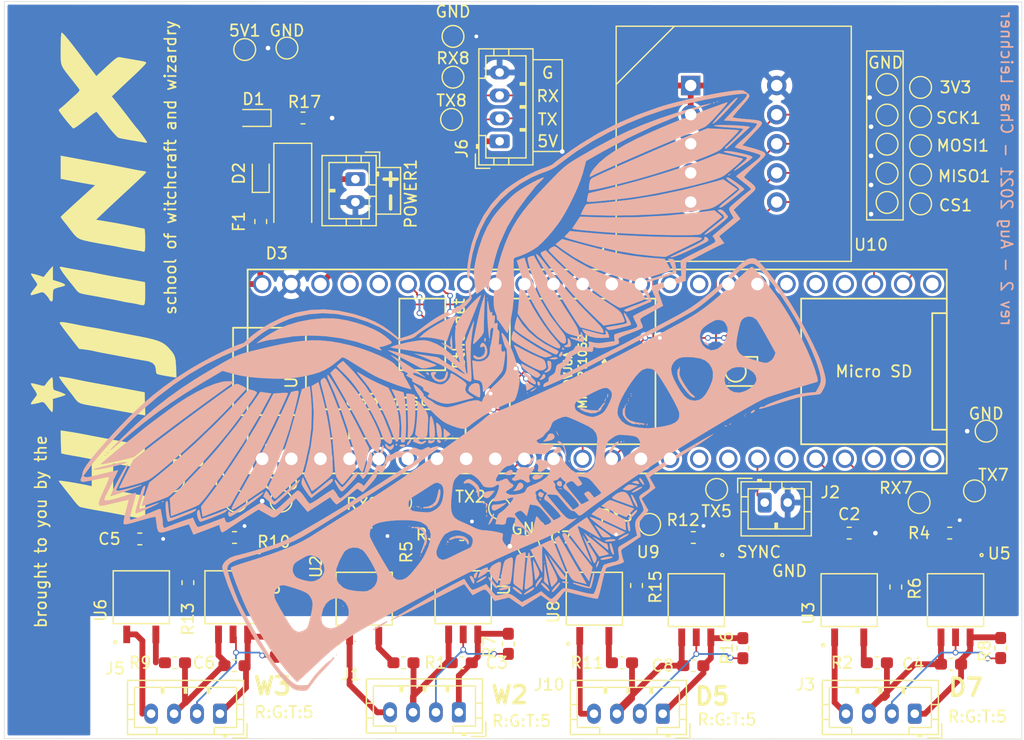
<source format=kicad_pcb>
(kicad_pcb (version 20171130) (host pcbnew 5.1.5+dfsg1-2build2)
  (layers (0 F.Cu signal) (31 B.Cu signal) (34 B.Paste user) (35 F.Paste user) (36 B.SilkS user) (37 F.SilkS user) (38 B.Mask user) (39 F.Mask user) (44 Edge.Cuts user))
  (net 0 "")
  (net 1 GND)
  (net 2 +5V)
  (net 3 "Net-(J1-Pad2)")
  (net 4 "Net-(J2-Pad1)")
  (net 5 "Net-(J3-Pad2)")
  (net 6 "Net-(J5-Pad2)")
  (net 7 "Net-(J6-Pad3)")
  (net 8 "Net-(J6-Pad2)")
  (net 9 "Net-(J10-Pad2)")
  (net 10 "Net-(R1-Pad2)")
  (net 11 "Net-(R2-Pad2)")
  (net 12 "Net-(R3-Pad2)")
  (net 13 "Net-(R4-Pad2)")
  (net 14 /W_VESC1_UART2_RX)
  (net 15 /D_VESC2_UART7_RX)
  (net 16 /W_VESC1_UART2_TX)
  (net 17 /D_VESC2_UART7_TX)
  (net 18 "Net-(R9-Pad2)")
  (net 19 "Net-(R10-Pad2)")
  (net 20 "Net-(R11-Pad2)")
  (net 21 "Net-(R12-Pad2)")
  (net 22 /W_VESC2_UART3_RX)
  (net 23 /W_VESC2_UART3_TX)
  (net 24 /D_VESC1_UART5_RX)
  (net 25 /D_VESC1_UART5_TX)
  (net 26 "Net-(U1-Pad17)")
  (net 27 "Net-(U1-Pad19)")
  (net 28 "Net-(U1-Pad15)")
  (net 29 "Net-(U1-Pad22)")
  (net 30 "Net-(U1-Pad23)")
  (net 31 "Net-(U1-Pad24)")
  (net 32 "Net-(U1-Pad25)")
  (net 33 "Net-(U1-Pad28)")
  (net 34 "Net-(U1-Pad29)")
  (net 35 "Net-(U1-Pad30)")
  (net 36 "Net-(U1-Pad31)")
  (net 37 "Net-(U1-Pad32)")
  (net 38 "Net-(U1-Pad33)")
  (net 39 "Net-(U1-Pad11)")
  (net 40 "Net-(U1-Pad8)")
  (net 41 "Net-(U1-Pad7)")
  (net 42 "Net-(U1-Pad5)")
  (net 43 "Net-(U1-Pad4)")
  (net 44 "Net-(U1-Pad3)")
  (net 45 "Net-(U1-Pad2)")
  (net 46 "Net-(U1-Pad38)")
  (net 47 "Net-(U1-Pad39)")
  (net 48 "Net-(U1-Pad40)")
  (net 49 "Net-(U1-Pad41)")
  (net 50 "Net-(U1-Pad44)")
  (net 51 "Net-(U1-Pad45)")
  (net 52 "Net-(U1-Pad6)")
  (net 53 "Net-(U1-Pad34)")
  (net 54 "Net-(D1-Pad1)")
  (net 55 "Net-(3V3-Pad1)")
  (net 56 "Net-(CS1-Pad1)")
  (net 57 "Net-(D2-Pad2)")
  (net 58 "Net-(J1-Pad4)")
  (net 59 "Net-(J3-Pad4)")
  (net 60 "Net-(J5-Pad4)")
  (net 61 "Net-(J10-Pad4)")
  (net 62 "Net-(D2-Pad1)")
  (net 63 "Net-(U1-Pad16)")
  (net 64 "Net-(MISO1-Pad1)")
  (net 65 "Net-(MOSI1-Pad1)")
  (net 66 "Net-(SCK1-Pad1)")
  (net 67 "Net-(U10-Pad5)")
  (net 68 "Net-(U10-Pad4)")
  (net 69 "Net-(C3-Pad2)")
  (net 70 "Net-(C3-Pad1)")
  (net 71 "Net-(C4-Pad2)")
  (net 72 "Net-(C4-Pad1)")
  (net 73 "Net-(C6-Pad2)")
  (net 74 "Net-(C6-Pad1)")
  (net 75 "Net-(C8-Pad2)")
  (net 76 "Net-(C8-Pad1)")
  (module TestPoint:TestPoint_Pad_D1.5mm (layer F.Cu) (at 201.041 85.725 270)
    (fp_text reference GND1 hide)
    (fp_text value GND)
    (pad 1 smd circle (at 0 0 270) (size 1.5 1.5) (layers F.Cu F.Mask) (net 1 GND))
  )
  (module TestPoint:TestPoint_Pad_D1.5mm (layer F.Cu) (at 209.677 105.664 180)
    (fp_text reference GND1 hide)
    (fp_text value GND)
    (pad 1 smd circle (at 0 0 180) (size 1.5 1.5) (layers F.Cu F.Mask) (net 1 GND))
  )
  (module TestPoint:TestPoint_Pad_D1.5mm (layer F.Cu) (at 169.799 115.697 180)
    (fp_text reference GND1 hide)
    (fp_text value GND)
    (pad 1 smd circle (at 0 0 180) (size 1.5 1.5) (layers F.Cu F.Mask) (net 1 GND))
  )
  (module "Telemetry Board:S6-Logo-71_1x37_3" (layer F.Cu) (at 167.005 105.41 30)
    (fp_text reference G*** hide)
    (fp_text value LOGO hide)
  )
  (module "Telemetry Board:Hijinx-42.3x12" (layer F.Cu) (at 132.715 92.075 90)
    (fp_text reference G*** hide)
    (fp_text value LOGO hide)
  )
  (module teensy:Teensy41 (layer F.Cu) (at 175.768 100.457)
    (fp_text reference U1 (at 0 -10.16) (layer F.SilkS))
    (fp_text value Teensy4.1)
    (fp_text user "USB Host" (at -18.4658 2.4892) (layer F.SilkS))
    (fp_text user Ethernet (at -12.065 -3.2766 90) (layer F.SilkS))
    (fp_text user USB (at -26.67 0 270) (layer F.SilkS))
    (fp_text user "Micro SD" (at 24.13 0) (layer F.SilkS))
    (fp_text user MIMXRT1062 (at -1.27 0 270) (layer F.SilkS) (effects (font (size 0.7 0.7))))
    (fp_text user DVJ6A (at -2.54 -0.18 270) (layer F.SilkS) (effects (font (size 0.7 0.7))))
    (pad 17 thru_hole circle (at 11.43 7.62) (size 1.6 1.6) (drill 1.1) (layers *.Cu *.Mask) (net 26 "Net-(U1-Pad17)"))
    (pad 18 thru_hole circle (at 13.97 7.62) (size 1.6 1.6) (drill 1.1) (layers *.Cu *.Mask) (net 4 "Net-(J2-Pad1)"))
    (pad 19 thru_hole circle (at 16.51 7.62) (size 1.6 1.6) (drill 1.1) (layers *.Cu *.Mask) (net 27 "Net-(U1-Pad19)"))
    (pad 20 thru_hole circle (at 19.05 7.62) (size 1.6 1.6) (drill 1.1) (layers *.Cu *.Mask) (net 15 /D_VESC2_UART7_RX))
    (pad 16 thru_hole circle (at 8.89 7.62) (size 1.6 1.6) (drill 1.1) (layers *.Cu *.Mask) (net 63 "Net-(U1-Pad16)"))
    (pad 15 thru_hole circle (at 6.35 7.62) (size 1.6 1.6) (drill 1.1) (layers *.Cu *.Mask) (net 28 "Net-(U1-Pad15)"))
    (pad 14 thru_hole circle (at 3.81 7.62) (size 1.6 1.6) (drill 1.1) (layers *.Cu *.Mask) (net 64 "Net-(MISO1-Pad1)"))
    (pad 21 thru_hole circle (at 21.59 7.62) (size 1.6 1.6) (drill 1.1) (layers *.Cu *.Mask) (net 17 /D_VESC2_UART7_TX))
    (pad 22 thru_hole circle (at 24.13 7.62) (size 1.6 1.6) (drill 1.1) (layers *.Cu *.Mask) (net 29 "Net-(U1-Pad22)"))
    (pad 23 thru_hole circle (at 26.67 7.62) (size 1.6 1.6) (drill 1.1) (layers *.Cu *.Mask) (net 30 "Net-(U1-Pad23)"))
    (pad 24 thru_hole circle (at 29.21 7.62) (size 1.6 1.6) (drill 1.1) (layers *.Cu *.Mask) (net 31 "Net-(U1-Pad24)"))
    (pad 25 thru_hole circle (at 29.21 -7.62) (size 1.6 1.6) (drill 1.1) (layers *.Cu *.Mask) (net 32 "Net-(U1-Pad25)"))
    (pad 26 thru_hole circle (at 26.67 -7.62) (size 1.6 1.6) (drill 1.1) (layers *.Cu *.Mask) (net 7 "Net-(J6-Pad3)"))
    (pad 27 thru_hole circle (at 24.13 -7.62) (size 1.6 1.6) (drill 1.1) (layers *.Cu *.Mask) (net 8 "Net-(J6-Pad2)"))
    (pad 28 thru_hole circle (at 21.59 -7.62) (size 1.6 1.6) (drill 1.1) (layers *.Cu *.Mask) (net 33 "Net-(U1-Pad28)"))
    (pad 29 thru_hole circle (at 19.05 -7.62) (size 1.6 1.6) (drill 1.1) (layers *.Cu *.Mask) (net 34 "Net-(U1-Pad29)"))
    (pad 30 thru_hole circle (at 16.51 -7.62) (size 1.6 1.6) (drill 1.1) (layers *.Cu *.Mask) (net 35 "Net-(U1-Pad30)"))
    (pad 31 thru_hole circle (at 13.97 -7.62) (size 1.6 1.6) (drill 1.1) (layers *.Cu *.Mask) (net 36 "Net-(U1-Pad31)"))
    (pad 32 thru_hole circle (at 11.43 -7.62) (size 1.6 1.6) (drill 1.1) (layers *.Cu *.Mask) (net 37 "Net-(U1-Pad32)"))
    (pad 33 thru_hole circle (at 8.89 -7.62) (size 1.6 1.6) (drill 1.1) (layers *.Cu *.Mask) (net 38 "Net-(U1-Pad33)"))
    (pad 34 thru_hole circle (at 6.35 -7.62) (size 1.6 1.6) (drill 1.1) (layers *.Cu *.Mask) (net 53 "Net-(U1-Pad34)"))
    (pad 13 thru_hole circle (at 1.27 7.62) (size 1.6 1.6) (drill 1.1) (layers *.Cu *.Mask) (net 65 "Net-(MOSI1-Pad1)"))
    (pad 12 thru_hole circle (at -1.27 7.62) (size 1.6 1.6) (drill 1.1) (layers *.Cu *.Mask) (net 56 "Net-(CS1-Pad1)"))
    (pad 11 thru_hole circle (at -3.81 7.62) (size 1.6 1.6) (drill 1.1) (layers *.Cu *.Mask) (net 39 "Net-(U1-Pad11)"))
    (pad 10 thru_hole circle (at -6.35 7.62) (size 1.6 1.6) (drill 1.1) (layers *.Cu *.Mask) (net 16 /W_VESC1_UART2_TX))
    (pad 9 thru_hole circle (at -8.89 7.62) (size 1.6 1.6) (drill 1.1) (layers *.Cu *.Mask) (net 14 /W_VESC1_UART2_RX))
    (pad 8 thru_hole circle (at -11.43 7.62) (size 1.6 1.6) (drill 1.1) (layers *.Cu *.Mask) (net 40 "Net-(U1-Pad8)"))
    (pad 7 thru_hole circle (at -13.97 7.62) (size 1.6 1.6) (drill 1.1) (layers *.Cu *.Mask) (net 41 "Net-(U1-Pad7)"))
    (pad 6 thru_hole circle (at -16.51 7.62) (size 1.6 1.6) (drill 1.1) (layers *.Cu *.Mask) (net 52 "Net-(U1-Pad6)"))
    (pad 5 thru_hole circle (at -19.05 7.62) (size 1.6 1.6) (drill 1.1) (layers *.Cu *.Mask) (net 42 "Net-(U1-Pad5)"))
    (pad 4 thru_hole circle (at -21.59 7.62) (size 1.6 1.6) (drill 1.1) (layers *.Cu *.Mask) (net 43 "Net-(U1-Pad4)"))
    (pad 3 thru_hole circle (at -24.13 7.62) (size 1.6 1.6) (drill 1.1) (layers *.Cu *.Mask) (net 44 "Net-(U1-Pad3)"))
    (pad 2 thru_hole circle (at -26.67 7.62) (size 1.6 1.6) (drill 1.1) (layers *.Cu *.Mask) (net 45 "Net-(U1-Pad2)"))
    (pad 1 thru_hole rect (at -29.21 7.62) (size 1.6 1.6) (drill 1.1) (layers *.Cu *.Mask) (net 1 GND))
    (pad 35 thru_hole circle (at 3.81 -7.62) (size 1.6 1.6) (drill 1.1) (layers *.Cu *.Mask) (net 66 "Net-(SCK1-Pad1)"))
    (pad 36 thru_hole circle (at 1.27 -7.62) (size 1.6 1.6) (drill 1.1) (layers *.Cu *.Mask) (net 23 /W_VESC2_UART3_TX))
    (pad 37 thru_hole circle (at -1.27 -7.62) (size 1.6 1.6) (drill 1.1) (layers *.Cu *.Mask) (net 22 /W_VESC2_UART3_RX))
    (pad 38 thru_hole circle (at -3.81 -7.62) (size 1.6 1.6) (drill 1.1) (layers *.Cu *.Mask) (net 46 "Net-(U1-Pad38)"))
    (pad 39 thru_hole circle (at -6.35 -7.62) (size 1.6 1.6) (drill 1.1) (layers *.Cu *.Mask) (net 47 "Net-(U1-Pad39)"))
    (pad 40 thru_hole circle (at -8.89 -7.62) (size 1.6 1.6) (drill 1.1) (layers *.Cu *.Mask) (net 48 "Net-(U1-Pad40)"))
    (pad 41 thru_hole circle (at -11.43 -7.62) (size 1.6 1.6) (drill 1.1) (layers *.Cu *.Mask) (net 49 "Net-(U1-Pad41)"))
    (pad 42 thru_hole circle (at -13.97 -7.62) (size 1.6 1.6) (drill 1.1) (layers *.Cu *.Mask) (net 25 /D_VESC1_UART5_TX))
    (pad 43 thru_hole circle (at -16.51 -7.62) (size 1.6 1.6) (drill 1.1) (layers *.Cu *.Mask) (net 24 /D_VESC1_UART5_RX))
    (pad 44 thru_hole circle (at -19.05 -7.62) (size 1.6 1.6) (drill 1.1) (layers *.Cu *.Mask) (net 50 "Net-(U1-Pad44)"))
    (pad 45 thru_hole circle (at -21.59 -7.62) (size 1.6 1.6) (drill 1.1) (layers *.Cu *.Mask) (net 51 "Net-(U1-Pad45)"))
    (pad 46 thru_hole circle (at -24.13 -7.62) (size 1.6 1.6) (drill 1.1) (layers *.Cu *.Mask) (net 55 "Net-(3V3-Pad1)"))
    (pad 47 thru_hole circle (at -26.67 -7.62) (size 1.6 1.6) (drill 1.1) (layers *.Cu *.Mask) (net 1 GND))
    (pad 48 thru_hole circle (at -29.21 -7.62) (size 1.6 1.6) (drill 1.1) (layers *.Cu *.Mask) (net 2 +5V))
  )
  (module Capacitor_SMD:C_0603_1608Metric_Pad1.05x0.95mm_HandSolder (layer F.Cu) (at 155.321 115.062)
    (fp_text reference C1 (at 0 -1.43) (layer F.SilkS))
    (fp_text value 0.1u)
    (pad 2 smd roundrect (at 0.875 0) (size 1.05 0.95) (layers F.Cu F.Paste F.Mask) (net 1 GND))
    (pad 1 smd roundrect (at -0.875 0) (size 1.05 0.95) (layers F.Cu F.Paste F.Mask) (net 2 +5V))
  )
  (module TestPoint:TestPoint_Pad_D1.5mm (layer F.Cu) (at 148.209 111.76 180)
    (fp_text reference GND1 hide)
    (fp_text value GND)
    (pad 1 smd circle (at 0 0 180) (size 1.5 1.5) (layers F.Cu F.Mask) (net 1 GND))
  )
  (module TestPoint:TestPoint_Pad_D1.5mm (layer F.Cu) (at 163.195 71.247)
    (fp_text reference GND1 hide)
    (fp_text value GND)
    (pad 1 smd circle (at 0 0) (size 1.5 1.5) (layers F.Cu F.Mask) (net 1 GND))
  )
  (module VOM452T:SOIC127P700X230-5N (layer F.Cu) (at 184.404 120.396 270)
    (fp_text reference U9 (at -4.191 4.191 180) (layer F.SilkS) (effects (font (size 1.000228 1.000228))))
    (fp_text value VOM452T)
    (pad 5 smd rect (at 3.24 0 270) (size 1.53 0.6) (layers F.Cu F.Paste F.Mask) (net 9 "Net-(J10-Pad2)"))
    (pad 4 smd rect (at 3.24 1.27 270) (size 1.53 0.6) (layers F.Cu F.Paste F.Mask) (net 75 "Net-(C8-Pad2)"))
    (pad 6 smd rect (at 3.24 -1.27 270) (size 1.53 0.6) (layers F.Cu F.Paste F.Mask) (net 76 "Net-(C8-Pad1)"))
    (pad 3 smd rect (at -3.24 1.27 270) (size 1.53 0.6) (layers F.Cu F.Paste F.Mask) (net 21 "Net-(R12-Pad2)"))
    (pad 1 smd rect (at -3.24 -1.27 270) (size 1.53 0.6) (layers F.Cu F.Paste F.Mask) (net 25 /D_VESC1_UART5_TX))
  )
  (module VOM452T:SOIC127P700X230-5N (layer F.Cu) (at 144.018 120.142 270)
    (fp_text reference U7 (at -1.143255 -3.556805 90) (layer F.SilkS) (effects (font (size 1.000228 1.000228))))
    (fp_text value VOM452T)
    (pad 5 smd rect (at 3.24 0 270) (size 1.53 0.6) (layers F.Cu F.Paste F.Mask) (net 6 "Net-(J5-Pad2)"))
    (pad 4 smd rect (at 3.24 1.27 270) (size 1.53 0.6) (layers F.Cu F.Paste F.Mask) (net 73 "Net-(C6-Pad2)"))
    (pad 6 smd rect (at 3.24 -1.27 270) (size 1.53 0.6) (layers F.Cu F.Paste F.Mask) (net 74 "Net-(C6-Pad1)"))
    (pad 3 smd rect (at -3.24 1.27 270) (size 1.53 0.6) (layers F.Cu F.Paste F.Mask) (net 19 "Net-(R10-Pad2)"))
    (pad 1 smd rect (at -3.24 -1.27 270) (size 1.53 0.6) (layers F.Cu F.Paste F.Mask) (net 23 /W_VESC2_UART3_TX))
  )
  (module VOM452T:SOIC127P700X230-5N (layer F.Cu) (at 207.01 120.396 270)
    (fp_text reference U5 (at -4.064 -3.81 180) (layer F.SilkS) (effects (font (size 1.000228 1.000228))))
    (fp_text value VOM452T)
    (pad 5 smd rect (at 3.24 0 270) (size 1.53 0.6) (layers F.Cu F.Paste F.Mask) (net 5 "Net-(J3-Pad2)"))
    (pad 4 smd rect (at 3.24 1.27 270) (size 1.53 0.6) (layers F.Cu F.Paste F.Mask) (net 71 "Net-(C4-Pad2)"))
    (pad 6 smd rect (at 3.24 -1.27 270) (size 1.53 0.6) (layers F.Cu F.Paste F.Mask) (net 72 "Net-(C4-Pad1)"))
    (pad 3 smd rect (at -3.24 1.27 270) (size 1.53 0.6) (layers F.Cu F.Paste F.Mask) (net 13 "Net-(R4-Pad2)"))
    (pad 1 smd rect (at -3.24 -1.27 270) (size 1.53 0.6) (layers F.Cu F.Paste F.Mask) (net 17 /D_VESC2_UART7_TX))
  )
  (module Resistor_SMD:R_0603_1608Metric_Pad1.05x0.95mm_HandSolder (layer F.Cu) (at 188.468 124.587 270)
    (fp_text reference R16 (at 0 1.397 90) (layer F.SilkS))
    (fp_text value 1.9k)
    (pad 2 smd roundrect (at 0.875 0 270) (size 1.05 0.95) (layers F.Cu F.Paste F.Mask) (net 9 "Net-(J10-Pad2)"))
    (pad 1 smd roundrect (at -0.875 0 270) (size 1.05 0.95) (layers F.Cu F.Paste F.Mask) (net 76 "Net-(C8-Pad1)"))
  )
  (module Resistor_SMD:R_0603_1608Metric_Pad1.05x0.95mm_HandSolder (layer F.Cu) (at 147.701 124.46 270)
    (fp_text reference R14 (at 0 -1.397 90) (layer F.SilkS))
    (fp_text value 1.9k)
    (pad 2 smd roundrect (at 0.875 0 270) (size 1.05 0.95) (layers F.Cu F.Paste F.Mask) (net 6 "Net-(J5-Pad2)"))
    (pad 1 smd roundrect (at -0.875 0 270) (size 1.05 0.95) (layers F.Cu F.Paste F.Mask) (net 74 "Net-(C6-Pad1)"))
  )
  (module Resistor_SMD:R_0603_1608Metric_Pad1.05x0.95mm_HandSolder (layer F.Cu) (at 184.15 114.935 180)
    (fp_text reference R12 (at 0.889 1.524) (layer F.SilkS))
    (fp_text value 95)
    (pad 2 smd roundrect (at 0.875 0 180) (size 1.05 0.95) (layers F.Cu F.Paste F.Mask) (net 21 "Net-(R12-Pad2)"))
    (pad 1 smd roundrect (at -0.875 0 180) (size 1.05 0.95) (layers F.Cu F.Paste F.Mask) (net 1 GND))
  )
  (module Resistor_SMD:R_0603_1608Metric_Pad1.05x0.95mm_HandSolder (layer F.Cu) (at 144.145 114.935 180)
    (fp_text reference R10 (at -3.429 -0.381) (layer F.SilkS))
    (fp_text value 95)
    (pad 2 smd roundrect (at 0.875 0 180) (size 1.05 0.95) (layers F.Cu F.Paste F.Mask) (net 19 "Net-(R10-Pad2)"))
    (pad 1 smd roundrect (at -0.875 0 180) (size 1.05 0.95) (layers F.Cu F.Paste F.Mask) (net 1 GND))
  )
  (module Resistor_SMD:R_0603_1608Metric_Pad1.05x0.95mm_HandSolder (layer F.Cu) (at 210.947 124.573 270)
    (fp_text reference R8 (at 0.254 1.397 90) (layer F.SilkS))
    (fp_text value 1.9k)
    (pad 2 smd roundrect (at 0.875 0 270) (size 1.05 0.95) (layers F.Cu F.Paste F.Mask) (net 5 "Net-(J3-Pad2)"))
    (pad 1 smd roundrect (at -0.875 0 270) (size 1.05 0.95) (layers F.Cu F.Paste F.Mask) (net 72 "Net-(C4-Pad1)"))
  )
  (module Resistor_SMD:R_0603_1608Metric_Pad1.05x0.95mm_HandSolder (layer F.Cu) (at 206.502 114.554 180)
    (fp_text reference R4 (at 2.667 0) (layer F.SilkS))
    (fp_text value 95)
    (pad 2 smd roundrect (at 0.875 0 180) (size 1.05 0.95) (layers F.Cu F.Paste F.Mask) (net 13 "Net-(R4-Pad2)"))
    (pad 1 smd roundrect (at -0.875 0 180) (size 1.05 0.95) (layers F.Cu F.Paste F.Mask) (net 1 GND))
  )
  (module Capacitor_SMD:C_0603_1608Metric_Pad1.05x0.95mm_HandSolder (layer F.Cu) (at 184.15 126.111 180)
    (fp_text reference C8 (at 2.667 0) (layer F.SilkS))
    (fp_text value 0.1u)
    (pad 2 smd roundrect (at 0.875 0 180) (size 1.05 0.95) (layers F.Cu F.Paste F.Mask) (net 75 "Net-(C8-Pad2)"))
    (pad 1 smd roundrect (at -0.875 0 180) (size 1.05 0.95) (layers F.Cu F.Paste F.Mask) (net 76 "Net-(C8-Pad1)"))
  )
  (module Capacitor_SMD:C_0603_1608Metric_Pad1.05x0.95mm_HandSolder (layer F.Cu) (at 144.145 126.111 180)
    (fp_text reference C6 (at 2.667 0.254) (layer F.SilkS))
    (fp_text value 0.1u)
    (pad 2 smd roundrect (at 0.875 0 180) (size 1.05 0.95) (layers F.Cu F.Paste F.Mask) (net 73 "Net-(C6-Pad2)"))
    (pad 1 smd roundrect (at -0.875 0 180) (size 1.05 0.95) (layers F.Cu F.Paste F.Mask) (net 74 "Net-(C6-Pad1)"))
  )
  (module Capacitor_SMD:C_0603_1608Metric_Pad1.05x0.95mm_HandSolder (layer F.Cu) (at 206.615 125.984 180)
    (fp_text reference C4 (at 3.302 0) (layer F.SilkS))
    (fp_text value 0.1u)
    (pad 2 smd roundrect (at 0.875 0 180) (size 1.05 0.95) (layers F.Cu F.Paste F.Mask) (net 71 "Net-(C4-Pad2)"))
    (pad 1 smd roundrect (at -0.875 0 180) (size 1.05 0.95) (layers F.Cu F.Paste F.Mask) (net 72 "Net-(C4-Pad1)"))
  )
  (module "Telemetry Board:EVAL-ADXL372X" (layer F.Cu) (at 177.419 70.358)
    (fp_text reference U10 (at 22.225 19.05) (layer F.SilkS))
    (fp_text value EVAL-ADXL372Z)
    (pad 10 thru_hole circle (at 14 5.17) (size 1.7 1.7) (drill 1) (layers *.Cu *.Mask) (net 1 GND))
    (pad 9 thru_hole circle (at 14 7.71) (size 1.7 1.7) (drill 1) (layers *.Cu *.Mask) (net 66 "Net-(SCK1-Pad1)"))
    (pad 8 thru_hole circle (at 14 10.25) (size 1.7 1.7) (drill 1) (layers *.Cu *.Mask) (net 65 "Net-(MOSI1-Pad1)"))
    (pad 7 thru_hole circle (at 14 12.79) (size 1.7 1.7) (drill 1) (layers *.Cu *.Mask) (net 64 "Net-(MISO1-Pad1)"))
    (pad 6 thru_hole circle (at 14 15.33) (size 1.7 1.7) (drill 1) (layers *.Cu *.Mask) (net 56 "Net-(CS1-Pad1)"))
    (pad 5 thru_hole circle (at 6.5 15.33) (size 1.7 1.7) (drill 1) (layers *.Cu *.Mask) (net 67 "Net-(U10-Pad5)"))
    (pad 4 thru_hole circle (at 6.5 12.79) (size 1.7 1.7) (drill 1) (layers *.Cu *.Mask) (net 68 "Net-(U10-Pad4)"))
    (pad 3 thru_hole circle (at 6.5 10.25) (size 1.7 1.7) (drill 1) (layers *.Cu *.Mask) (net 1 GND))
    (pad 2 thru_hole circle (at 6.5 7.71) (size 1.7 1.7) (drill 1) (layers *.Cu *.Mask) (net 55 "Net-(3V3-Pad1)"))
    (pad 1 thru_hole rect (at 6.5 5.17) (size 1.7 1.7) (drill 1) (layers *.Cu *.Mask) (net 55 "Net-(3V3-Pad1)"))
  )
  (module Fuse:Fuse_0603_1608Metric_Pad1.05x0.95mm_HandSolder (layer F.Cu) (at 146.431 87.39 270)
    (fp_text reference F1 (at 0 1.905 90) (layer F.SilkS))
    (fp_text value Polyfuse_Small)
    (pad 2 smd roundrect (at 0.875 0 270) (size 1.05 0.95) (layers F.Cu F.Paste F.Mask) (net 2 +5V))
    (pad 1 smd roundrect (at -0.875 0 270) (size 1.05 0.95) (layers F.Cu F.Paste F.Mask) (net 62 "Net-(D2-Pad1)"))
  )
  (module Connector_JST:JST_PH_B4B-PH-K_1x04_P2.00mm_Vertical (layer F.Cu) (at 181.483 130.302 180)
    (fp_text reference J10 (at 9.906 2.54) (layer F.SilkS))
    (fp_text value D_VESC1_UART5)
    (pad 4 thru_hole oval (at 6 0 180) (size 1.2 1.75) (drill 0.75) (layers *.Cu *.Mask) (net 61 "Net-(J10-Pad4)"))
    (pad 3 thru_hole oval (at 4 0 180) (size 1.2 1.75) (drill 0.75) (layers *.Cu *.Mask) (net 75 "Net-(C8-Pad2)"))
    (pad 2 thru_hole oval (at 2 0 180) (size 1.2 1.75) (drill 0.75) (layers *.Cu *.Mask) (net 9 "Net-(J10-Pad2)"))
    (pad 1 thru_hole roundrect (at 0 0 180) (size 1.2 1.75) (drill 0.75) (layers *.Cu *.Mask) (roundrect_rratio 0.208333) (net 76 "Net-(C8-Pad1)"))
  )
  (module Connector_JST:JST_PH_B4B-PH-K_1x04_P2.00mm_Vertical (layer F.Cu) (at 142.875 130.302 180)
    (fp_text reference J5 (at 9.144 3.937) (layer F.SilkS))
    (fp_text value W_VESC2_UART3)
    (pad 4 thru_hole oval (at 6 0 180) (size 1.2 1.75) (drill 0.75) (layers *.Cu *.Mask) (net 60 "Net-(J5-Pad4)"))
    (pad 3 thru_hole oval (at 4 0 180) (size 1.2 1.75) (drill 0.75) (layers *.Cu *.Mask) (net 73 "Net-(C6-Pad2)"))
    (pad 2 thru_hole oval (at 2 0 180) (size 1.2 1.75) (drill 0.75) (layers *.Cu *.Mask) (net 6 "Net-(J5-Pad2)"))
    (pad 1 thru_hole roundrect (at 0 0 180) (size 1.2 1.75) (drill 0.75) (layers *.Cu *.Mask) (roundrect_rratio 0.208333) (net 74 "Net-(C6-Pad1)"))
  )
  (module Connector_JST:JST_PH_B4B-PH-K_1x04_P2.00mm_Vertical (layer F.Cu) (at 203.454 130.302 180)
    (fp_text reference J3 (at 9.525 2.54) (layer F.SilkS))
    (fp_text value D_VESC2_UART7)
    (pad 4 thru_hole oval (at 6 0 180) (size 1.2 1.75) (drill 0.75) (layers *.Cu *.Mask) (net 59 "Net-(J3-Pad4)"))
    (pad 3 thru_hole oval (at 4 0 180) (size 1.2 1.75) (drill 0.75) (layers *.Cu *.Mask) (net 71 "Net-(C4-Pad2)"))
    (pad 2 thru_hole oval (at 2 0 180) (size 1.2 1.75) (drill 0.75) (layers *.Cu *.Mask) (net 5 "Net-(J3-Pad2)"))
    (pad 1 thru_hole roundrect (at 0 0 180) (size 1.2 1.75) (drill 0.75) (layers *.Cu *.Mask) (roundrect_rratio 0.208333) (net 72 "Net-(C4-Pad1)"))
  )
  (module Connector_JST:JST_PH_B4B-PH-K_1x04_P2.00mm_Vertical (layer F.Cu) (at 163.703 130.175 180)
    (fp_text reference J1 (at 9.398 3.302) (layer F.SilkS))
    (fp_text value W_VESC1_UART2)
    (pad 4 thru_hole oval (at 6 0 180) (size 1.2 1.75) (drill 0.75) (layers *.Cu *.Mask) (net 58 "Net-(J1-Pad4)"))
    (pad 3 thru_hole oval (at 4 0 180) (size 1.2 1.75) (drill 0.75) (layers *.Cu *.Mask) (net 69 "Net-(C3-Pad2)"))
    (pad 2 thru_hole oval (at 2 0 180) (size 1.2 1.75) (drill 0.75) (layers *.Cu *.Mask) (net 3 "Net-(J1-Pad2)"))
    (pad 1 thru_hole roundrect (at 0 0 180) (size 1.2 1.75) (drill 0.75) (layers *.Cu *.Mask) (roundrect_rratio 0.208333) (net 70 "Net-(C3-Pad1)"))
  )
  (module Diode_SMD:D_SMA_Handsoldering (layer F.Cu) (at 149.225 84.963 270)
    (fp_text reference D3 (at 5.207 1.397 180) (layer F.SilkS))
    (fp_text value D_Zener)
    (pad 2 smd rect (at 2.5 0 270) (size 3.5 1.8) (layers F.Cu F.Paste F.Mask) (net 1 GND))
    (pad 1 smd rect (at -2.5 0 270) (size 3.5 1.8) (layers F.Cu F.Paste F.Mask) (net 57 "Net-(D2-Pad2)"))
  )
  (module Diode_SMD:D_0603_1608Metric_Pad1.05x0.95mm_HandSolder (layer F.Cu) (at 146.431 83.185 90)
    (fp_text reference D2 (at 0 -1.905 90) (layer F.SilkS))
    (fp_text value D_Schottky)
    (pad 2 smd roundrect (at 0.875 0 90) (size 1.05 0.95) (layers F.Cu F.Paste F.Mask) (net 57 "Net-(D2-Pad2)"))
    (pad 1 smd roundrect (at -0.875 0 90) (size 1.05 0.95) (layers F.Cu F.Paste F.Mask) (net 62 "Net-(D2-Pad1)"))
  )
  (module TestPoint:TestPoint_Pad_D1.5mm (layer F.Cu) (at 148.717 72.263 180)
    (fp_text reference GND1 hide)
    (fp_text value GND)
    (pad 1 smd circle (at 0 0 180) (size 1.5 1.5) (layers F.Cu F.Mask) (net 1 GND))
  )
  (module TestPoint:TestPoint_Pad_D1.5mm (layer F.Cu) (at 201.041 75.438 270)
    (fp_text reference GND1 hide)
    (fp_text value GND)
    (pad 1 smd circle (at 0 0 270) (size 1.5 1.5) (layers F.Cu F.Mask) (net 1 GND))
  )
  (module TestPoint:TestPoint_Pad_D1.5mm (layer F.Cu) (at 201.041 78.105 270)
    (fp_text reference GND1 hide)
    (fp_text value GND)
    (pad 1 smd circle (at 0 0 270) (size 1.5 1.5) (layers F.Cu F.Mask) (net 1 GND))
  )
  (module TestPoint:TestPoint_Pad_D1.5mm (layer F.Cu) (at 201.041 80.645 270)
    (fp_text reference GND1 hide)
    (fp_text value GND)
    (pad 1 smd circle (at 0 0 270) (size 1.5 1.5) (layers F.Cu F.Mask) (net 1 GND))
  )
  (module TestPoint:TestPoint_Pad_D1.5mm (layer F.Cu) (at 201.041 83.185 270)
    (fp_text reference GND1 hide)
    (fp_text value GND)
    (pad 1 smd circle (at 0 0 270) (size 1.5 1.5) (layers F.Cu F.Mask) (net 1 GND))
  )
  (module TestPoint:TestPoint_Pad_D1.5mm (layer F.Cu) (at 145.034 72.39)
    (fp_text reference 5V1 (at 0 -1.648) (layer F.SilkS))
    (fp_text value 5V)
    (pad 1 smd circle (at 0 0) (size 1.5 1.5) (layers F.Cu F.Mask) (net 2 +5V))
  )
  (module TestPoint:TestPoint_Pad_D1.5mm (layer F.Cu) (at 203.962 78.232 180)
    (fp_text reference SCK1 (at -3.302 -0.127) (layer F.SilkS))
    (fp_text value SCK)
    (pad 1 smd circle (at 0 0 180) (size 1.5 1.5) (layers F.Cu F.Mask) (net 66 "Net-(SCK1-Pad1)"))
  )
  (module TestPoint:TestPoint_Pad_D1.5mm (layer F.Cu) (at 203.962 75.692 180)
    (fp_text reference 3V3 (at -3.048 0) (layer F.SilkS))
    (fp_text value 3V3)
    (pad 1 smd circle (at 0 0 180) (size 1.5 1.5) (layers F.Cu F.Mask) (net 55 "Net-(3V3-Pad1)"))
  )
  (module TestPoint:TestPoint_Pad_D1.5mm (layer F.Cu) (at 163.195 74.803)
    (fp_text reference RX8 (at 0 -1.648) (layer F.SilkS))
    (fp_text value RX8)
    (pad 1 smd circle (at 0 0) (size 1.5 1.5) (layers F.Cu F.Mask) (net 7 "Net-(J6-Pad3)"))
  )
  (module TestPoint:TestPoint_Pad_D1.5mm (layer F.Cu) (at 163.068 78.486)
    (fp_text reference TX8 (at 0 -1.648) (layer F.SilkS))
    (fp_text value TX8)
    (pad 1 smd circle (at 0 0) (size 1.5 1.5) (layers F.Cu F.Mask) (net 8 "Net-(J6-Pad2)"))
  )
  (module TestPoint:TestPoint_Pad_D1.5mm (layer F.Cu) (at 203.962 83.312 180)
    (fp_text reference MISO1 (at -3.81 -0.127) (layer F.SilkS))
    (fp_text value MISO)
    (pad 1 smd circle (at 0 0 180) (size 1.5 1.5) (layers F.Cu F.Mask) (net 64 "Net-(MISO1-Pad1)"))
  )
  (module TestPoint:TestPoint_Pad_D1.5mm (layer F.Cu) (at 203.962 80.772 180)
    (fp_text reference MOSI1 (at -3.683 0) (layer F.SilkS))
    (fp_text value MOSI)
    (pad 1 smd circle (at 0 0 180) (size 1.5 1.5) (layers F.Cu F.Mask) (net 65 "Net-(MOSI1-Pad1)"))
  )
  (module TestPoint:TestPoint_Pad_D1.5mm (layer F.Cu) (at 203.962 85.852 180)
    (fp_text reference CS1 (at -3.048 -0.127) (layer F.SilkS))
    (fp_text value CS)
    (pad 1 smd circle (at 0 0 180) (size 1.5 1.5) (layers F.Cu F.Mask) (net 56 "Net-(CS1-Pad1)"))
  )
  (module Resistor_SMD:R_0603_1608Metric_Pad1.05x0.95mm_HandSolder (layer F.Cu) (at 150.114 78.359)
    (fp_text reference R17 (at 0.127 -1.397) (layer F.SilkS))
    (fp_text value 866)
    (pad 2 smd roundrect (at 0.875 0) (size 1.05 0.95) (layers F.Cu F.Paste F.Mask) (net 1 GND))
    (pad 1 smd roundrect (at -0.875 0) (size 1.05 0.95) (layers F.Cu F.Paste F.Mask) (net 54 "Net-(D1-Pad1)"))
  )
  (module LED_SMD:LED_0603_1608Metric_Pad1.05x0.95mm_HandSolder (layer F.Cu) (at 145.669 78.359 180)
    (fp_text reference D1 (at -0.127 1.651) (layer F.SilkS))
    (fp_text value LED)
    (pad 2 smd roundrect (at 0.875 0 180) (size 1.05 0.95) (layers F.Cu F.Paste F.Mask) (net 2 +5V))
    (pad 1 smd roundrect (at -0.875 0 180) (size 1.05 0.95) (layers F.Cu F.Paste F.Mask) (net 54 "Net-(D1-Pad1)"))
  )
  (module TestPoint:TestPoint_Pad_D1.5mm (layer F.Cu) (at 186.182 110.744 180)
    (fp_text reference TX5 (at 0 -1.905) (layer F.SilkS))
    (fp_text value TX5)
    (pad 1 smd circle (at 0 0 180) (size 1.5 1.5) (layers F.Cu F.Mask) (net 25 /D_VESC1_UART5_TX))
  )
  (module TestPoint:TestPoint_Pad_D1.5mm (layer F.Cu) (at 180.34 113.792)
    (fp_text reference RX5 (at -2.921 -0.762) (layer F.SilkS))
    (fp_text value RX5)
    (pad 1 smd circle (at 0 0) (size 1.5 1.5) (layers F.Cu F.Mask) (net 24 /D_VESC1_UART5_RX))
  )
  (module TestPoint:TestPoint_Pad_D1.5mm (layer F.Cu) (at 144.272 111.76)
    (fp_text reference TX3 (at -0.762 -1.905) (layer F.SilkS))
    (fp_text value TX3)
    (pad 1 smd circle (at 0 0) (size 1.5 1.5) (layers F.Cu F.Mask) (net 23 /W_VESC2_UART3_TX))
  )
  (module TestPoint:TestPoint_Pad_D1.5mm (layer F.Cu) (at 138.811 109.982)
    (fp_text reference RX3 (at 1.27 -1.778) (layer F.SilkS))
    (fp_text value RX3)
    (pad 1 smd circle (at 0 0) (size 1.5 1.5) (layers F.Cu F.Mask) (net 22 /W_VESC2_UART3_RX))
  )
  (module TestPoint:TestPoint_Pad_D1.5mm (layer F.Cu) (at 208.661 110.871)
    (fp_text reference TX7 (at 1.651 -1.397) (layer F.SilkS))
    (fp_text value TX7)
    (pad 1 smd circle (at 0 0) (size 1.5 1.5) (layers F.Cu F.Mask) (net 17 /D_VESC2_UART7_TX))
  )
  (module TestPoint:TestPoint_Pad_D1.5mm (layer F.Cu) (at 167.259 112.395)
    (fp_text reference TX2 (at -2.54 -1.016) (layer F.SilkS))
    (fp_text value TX2)
    (pad 1 smd circle (at 0 0) (size 1.5 1.5) (layers F.Cu F.Mask) (net 16 /W_VESC1_UART2_TX))
  )
  (module TestPoint:TestPoint_Pad_D1.5mm (layer F.Cu) (at 203.835 111.887)
    (fp_text reference RX7 (at -2.032 -1.27) (layer F.SilkS))
    (fp_text value RX7)
    (pad 1 smd circle (at 0 0) (size 1.5 1.5) (layers F.Cu F.Mask) (net 15 /D_VESC2_UART7_RX))
  )
  (module TestPoint:TestPoint_Pad_D1.5mm (layer F.Cu) (at 158.623 111.887)
    (fp_text reference RX2 (at -3.302 0.127) (layer F.SilkS))
    (fp_text value RX2)
    (pad 1 smd circle (at 0 0) (size 1.5 1.5) (layers F.Cu F.Mask) (net 14 /W_VESC1_UART2_RX))
  )
  (module Resistor_SMD:R_0603_1608Metric_Pad1.05x0.95mm_HandSolder (layer F.Cu) (at 177.927 125.857 180)
    (fp_text reference R11 (at 3.034 0) (layer F.SilkS))
    (fp_text value 95)
    (pad 2 smd roundrect (at 0.875 0 180) (size 1.05 0.95) (layers F.Cu F.Paste F.Mask) (net 20 "Net-(R11-Pad2)"))
    (pad 1 smd roundrect (at -0.875 0 180) (size 1.05 0.95) (layers F.Cu F.Paste F.Mask) (net 75 "Net-(C8-Pad2)"))
  )
  (module Connector_JST:JST_PH_B4B-PH-K_1x04_P2.00mm_Vertical (layer F.Cu) (at 167.259 80.391 90)
    (fp_text reference J6 (at -0.635 -3.302 90) (layer F.SilkS))
    (fp_text value TX_UART8)
    (pad 4 thru_hole oval (at 6 0 90) (size 1.2 1.75) (drill 0.75) (layers *.Cu *.Mask) (net 1 GND))
    (pad 3 thru_hole oval (at 4 0 90) (size 1.2 1.75) (drill 0.75) (layers *.Cu *.Mask) (net 7 "Net-(J6-Pad3)"))
    (pad 2 thru_hole oval (at 2 0 90) (size 1.2 1.75) (drill 0.75) (layers *.Cu *.Mask) (net 8 "Net-(J6-Pad2)"))
    (pad 1 thru_hole roundrect (at 0 0 90) (size 1.2 1.75) (drill 0.75) (layers *.Cu *.Mask) (roundrect_rratio 0.208333) (net 2 +5V))
  )
  (module VOM452T:SOIC127P700X230-5N (layer F.Cu) (at 136.017 120.142 90)
    (fp_text reference U6 (at -1.143255 -3.556805 90) (layer F.SilkS) (effects (font (size 1.000228 1.000228))))
    (fp_text value VOM452T)
    (pad 5 smd rect (at 3.24 0 90) (size 1.53 0.6) (layers F.Cu F.Paste F.Mask) (net 22 /W_VESC2_UART3_RX))
    (pad 4 smd rect (at 3.24 1.27 90) (size 1.53 0.6) (layers F.Cu F.Paste F.Mask) (net 1 GND))
    (pad 6 smd rect (at 3.24 -1.27 90) (size 1.53 0.6) (layers F.Cu F.Paste F.Mask) (net 2 +5V))
    (pad 3 smd rect (at -3.24 1.27 90) (size 1.53 0.6) (layers F.Cu F.Paste F.Mask) (net 18 "Net-(R9-Pad2)"))
    (pad 1 smd rect (at -3.24 -1.27 90) (size 1.53 0.6) (layers F.Cu F.Paste F.Mask) (net 60 "Net-(J5-Pad4)"))
  )
  (module Capacitor_SMD:C_0603_1608Metric_Pad1.05x0.95mm_HandSolder (layer F.Cu) (at 135.89 115.062)
    (fp_text reference C5 (at -2.653 0) (layer F.SilkS))
    (fp_text value 0.1u)
    (pad 2 smd roundrect (at 0.875 0) (size 1.05 0.95) (layers F.Cu F.Paste F.Mask) (net 1 GND))
    (pad 1 smd roundrect (at -0.875 0) (size 1.05 0.95) (layers F.Cu F.Paste F.Mask) (net 2 +5V))
  )
  (module Resistor_SMD:R_0603_1608Metric_Pad1.05x0.95mm_HandSolder (layer F.Cu) (at 140.081 118.872 90)
    (fp_text reference R13 (at -3.175 0 90) (layer F.SilkS))
    (fp_text value 1.9k)
    (pad 2 smd roundrect (at 0.875 0 90) (size 1.05 0.95) (layers F.Cu F.Paste F.Mask) (net 22 /W_VESC2_UART3_RX))
    (pad 1 smd roundrect (at -0.875 0 90) (size 1.05 0.95) (layers F.Cu F.Paste F.Mask) (net 2 +5V))
  )
  (module Resistor_SMD:R_0603_1608Metric_Pad1.05x0.95mm_HandSolder (layer F.Cu) (at 138.952 125.857 180)
    (fp_text reference R9 (at 3.034 0) (layer F.SilkS))
    (fp_text value 95)
    (pad 2 smd roundrect (at 0.875 0 180) (size 1.05 0.95) (layers F.Cu F.Paste F.Mask) (net 18 "Net-(R9-Pad2)"))
    (pad 1 smd roundrect (at -0.875 0 180) (size 1.05 0.95) (layers F.Cu F.Paste F.Mask) (net 73 "Net-(C6-Pad2)"))
  )
  (module Resistor_SMD:R_0603_1608Metric_Pad1.05x0.95mm_HandSolder (layer F.Cu) (at 158.877 125.857 180)
    (fp_text reference R1 (at -2.794 0) (layer F.SilkS))
    (fp_text value 95)
    (pad 2 smd roundrect (at 0.875 0 180) (size 1.05 0.95) (layers F.Cu F.Paste F.Mask) (net 10 "Net-(R1-Pad2)"))
    (pad 1 smd roundrect (at -0.875 0 180) (size 1.05 0.95) (layers F.Cu F.Paste F.Mask) (net 69 "Net-(C3-Pad2)"))
  )
  (module VOM452T:SOIC127P700X230-5N (layer F.Cu) (at 164.084 120.142 270)
    (fp_text reference U4 (at -1.143255 -3.556805 90) (layer F.SilkS) (effects (font (size 1.000228 1.000228))))
    (fp_text value VOM452T)
    (pad 5 smd rect (at 3.24 0 270) (size 1.53 0.6) (layers F.Cu F.Paste F.Mask) (net 3 "Net-(J1-Pad2)"))
    (pad 4 smd rect (at 3.24 1.27 270) (size 1.53 0.6) (layers F.Cu F.Paste F.Mask) (net 69 "Net-(C3-Pad2)"))
    (pad 6 smd rect (at 3.24 -1.27 270) (size 1.53 0.6) (layers F.Cu F.Paste F.Mask) (net 70 "Net-(C3-Pad1)"))
    (pad 3 smd rect (at -3.24 1.27 270) (size 1.53 0.6) (layers F.Cu F.Paste F.Mask) (net 12 "Net-(R3-Pad2)"))
    (pad 1 smd rect (at -3.24 -1.27 270) (size 1.53 0.6) (layers F.Cu F.Paste F.Mask) (net 16 /W_VESC1_UART2_TX))
  )
  (module VOM452T:SOIC127P700X230-5N (layer F.Cu) (at 155.448 120.269 90)
    (fp_text reference U2 (at 2.794 -4.191 90) (layer F.SilkS) (effects (font (size 1.000228 1.000228))))
    (fp_text value VOM452T)
    (pad 5 smd rect (at 3.24 0 90) (size 1.53 0.6) (layers F.Cu F.Paste F.Mask) (net 14 /W_VESC1_UART2_RX))
    (pad 4 smd rect (at 3.24 1.27 90) (size 1.53 0.6) (layers F.Cu F.Paste F.Mask) (net 1 GND))
    (pad 6 smd rect (at 3.24 -1.27 90) (size 1.53 0.6) (layers F.Cu F.Paste F.Mask) (net 2 +5V))
    (pad 3 smd rect (at -3.24 1.27 90) (size 1.53 0.6) (layers F.Cu F.Paste F.Mask) (net 10 "Net-(R1-Pad2)"))
    (pad 1 smd rect (at -3.24 -1.27 90) (size 1.53 0.6) (layers F.Cu F.Paste F.Mask) (net 58 "Net-(J1-Pad4)"))
  )
  (module Capacitor_SMD:C_0603_1608Metric_Pad1.05x0.95mm_HandSolder (layer F.Cu) (at 163.957 125.857 180)
    (fp_text reference C3 (at -3.048 0) (layer F.SilkS))
    (fp_text value 0.1u)
    (pad 2 smd roundrect (at 0.875 0 180) (size 1.05 0.95) (layers F.Cu F.Paste F.Mask) (net 69 "Net-(C3-Pad2)"))
    (pad 1 smd roundrect (at -0.875 0 180) (size 1.05 0.95) (layers F.Cu F.Paste F.Mask) (net 70 "Net-(C3-Pad1)"))
  )
  (module Resistor_SMD:R_0603_1608Metric_Pad1.05x0.95mm_HandSolder (layer F.Cu) (at 163.957 114.681 180)
    (fp_text reference R3 (at 3.034 0) (layer F.SilkS))
    (fp_text value 95)
    (pad 2 smd roundrect (at 0.875 0 180) (size 1.05 0.95) (layers F.Cu F.Paste F.Mask) (net 12 "Net-(R3-Pad2)"))
    (pad 1 smd roundrect (at -0.875 0 180) (size 1.05 0.95) (layers F.Cu F.Paste F.Mask) (net 1 GND))
  )
  (module Resistor_SMD:R_0603_1608Metric_Pad1.05x0.95mm_HandSolder (layer F.Cu) (at 168.021 124.206 270)
    (fp_text reference R7 (at 0.254 1.651 90) (layer F.SilkS))
    (fp_text value 1.9k)
    (pad 2 smd roundrect (at 0.875 0 270) (size 1.05 0.95) (layers F.Cu F.Paste F.Mask) (net 3 "Net-(J1-Pad2)"))
    (pad 1 smd roundrect (at -0.875 0 270) (size 1.05 0.95) (layers F.Cu F.Paste F.Mask) (net 70 "Net-(C3-Pad1)"))
  )
  (module Resistor_SMD:R_0603_1608Metric_Pad1.05x0.95mm_HandSolder (layer F.Cu) (at 159.131 119.126 90)
    (fp_text reference R5 (at 2.921 0 270) (layer F.SilkS))
    (fp_text value 1.9k)
    (pad 1 smd roundrect (at -0.875 0 90) (size 1.05 0.95) (layers F.Cu F.Paste F.Mask) (net 2 +5V))
    (pad 2 smd roundrect (at 0.875 0 90) (size 1.05 0.95) (layers F.Cu F.Paste F.Mask) (net 14 /W_VESC1_UART2_RX))
  )
  (module Resistor_SMD:R_0603_1608Metric_Pad1.05x0.95mm_HandSolder (layer F.Cu) (at 179.197 119.126 90)
    (fp_text reference R15 (at -0.127 1.651 90) (layer F.SilkS))
    (fp_text value 1.9k)
    (pad 2 smd roundrect (at 0.875 0 90) (size 1.05 0.95) (layers F.Cu F.Paste F.Mask) (net 24 /D_VESC1_UART5_RX))
    (pad 1 smd roundrect (at -0.875 0 90) (size 1.05 0.95) (layers F.Cu F.Paste F.Mask) (net 2 +5V))
  )
  (module VOM452T:SOIC127P700X230-5N (layer F.Cu) (at 175.514 120.269 90)
    (fp_text reference U8 (at -1.143255 -3.556805 90) (layer F.SilkS) (effects (font (size 1.000228 1.000228))))
    (fp_text value VOM452T)
    (pad 5 smd rect (at 3.24 0 90) (size 1.53 0.6) (layers F.Cu F.Paste F.Mask) (net 24 /D_VESC1_UART5_RX))
    (pad 4 smd rect (at 3.24 1.27 90) (size 1.53 0.6) (layers F.Cu F.Paste F.Mask) (net 1 GND))
    (pad 6 smd rect (at 3.24 -1.27 90) (size 1.53 0.6) (layers F.Cu F.Paste F.Mask) (net 2 +5V))
    (pad 3 smd rect (at -3.24 1.27 90) (size 1.53 0.6) (layers F.Cu F.Paste F.Mask) (net 20 "Net-(R11-Pad2)"))
    (pad 1 smd rect (at -3.24 -1.27 90) (size 1.53 0.6) (layers F.Cu F.Paste F.Mask) (net 61 "Net-(J10-Pad4)"))
  )
  (module Capacitor_SMD:C_0603_1608Metric_Pad1.05x0.95mm_HandSolder (layer F.Cu) (at 175.133 114.808)
    (fp_text reference C7 (at -2.526 0.127) (layer F.SilkS))
    (fp_text value 0.1u)
    (pad 2 smd roundrect (at 0.875 0) (size 1.05 0.95) (layers F.Cu F.Paste F.Mask) (net 1 GND))
    (pad 1 smd roundrect (at -0.875 0) (size 1.05 0.95) (layers F.Cu F.Paste F.Mask) (net 2 +5V))
  )
  (module Connector_JST:JST_PH_B2B-PH-K_1x02_P2.00mm_Vertical (layer F.Cu) (at 154.686 83.693 270)
    (fp_text reference POWER1 (at 1.27 -4.826 270) (layer F.SilkS))
    (fp_text value Conn_01x02)
    (pad 2 thru_hole oval (at 2 0 270) (size 1.2 1.75) (drill 0.75) (layers *.Cu *.Mask) (net 1 GND))
    (pad 1 thru_hole roundrect (at 0 0 270) (size 1.2 1.75) (drill 0.75) (layers *.Cu *.Mask) (roundrect_rratio 0.208333) (net 57 "Net-(D2-Pad2)"))
  )
  (module Capacitor_SMD:C_0603_1608Metric_Pad1.05x0.95mm_HandSolder (layer F.Cu) (at 197.739 114.554)
    (fp_text reference C2 (at 0 -1.651) (layer F.SilkS))
    (fp_text value C)
    (pad 2 smd roundrect (at 0.875 0) (size 1.05 0.95) (layers F.Cu F.Paste F.Mask) (net 1 GND))
    (pad 1 smd roundrect (at -0.875 0) (size 1.05 0.95) (layers F.Cu F.Paste F.Mask) (net 2 +5V))
  )
  (module Resistor_SMD:R_0603_1608Metric_Pad1.05x0.95mm_HandSolder (layer F.Cu) (at 200.152 125.857 180)
    (fp_text reference R2 (at 3.034 0) (layer F.SilkS))
    (fp_text value 95)
    (pad 2 smd roundrect (at 0.875 0 180) (size 1.05 0.95) (layers F.Cu F.Paste F.Mask) (net 11 "Net-(R2-Pad2)"))
    (pad 1 smd roundrect (at -0.875 0 180) (size 1.05 0.95) (layers F.Cu F.Paste F.Mask) (net 71 "Net-(C4-Pad2)"))
  )
  (module VOM452T:SOIC127P700X230-5N (layer F.Cu) (at 197.739 120.396 90)
    (fp_text reference U3 (at -1.143255 -3.556805 90) (layer F.SilkS) (effects (font (size 1.000228 1.000228))))
    (fp_text value VOM452T)
    (pad 5 smd rect (at 3.24 0 90) (size 1.53 0.6) (layers F.Cu F.Paste F.Mask) (net 15 /D_VESC2_UART7_RX))
    (pad 4 smd rect (at 3.24 1.27 90) (size 1.53 0.6) (layers F.Cu F.Paste F.Mask) (net 1 GND))
    (pad 6 smd rect (at 3.24 -1.27 90) (size 1.53 0.6) (layers F.Cu F.Paste F.Mask) (net 2 +5V))
    (pad 3 smd rect (at -3.24 1.27 90) (size 1.53 0.6) (layers F.Cu F.Paste F.Mask) (net 11 "Net-(R2-Pad2)"))
    (pad 1 smd rect (at -3.24 -1.27 90) (size 1.53 0.6) (layers F.Cu F.Paste F.Mask) (net 59 "Net-(J3-Pad4)"))
  )
  (module Resistor_SMD:R_0603_1608Metric_Pad1.05x0.95mm_HandSolder (layer F.Cu) (at 201.803 119.253 90)
    (fp_text reference R6 (at -0.127 1.651 90) (layer F.SilkS))
    (fp_text value 1.9k)
    (pad 2 smd roundrect (at 0.875 0 90) (size 1.05 0.95) (layers F.Cu F.Paste F.Mask) (net 15 /D_VESC2_UART7_RX))
    (pad 1 smd roundrect (at -0.875 0 90) (size 1.05 0.95) (layers F.Cu F.Paste F.Mask) (net 2 +5V))
  )
  (module Connector_JST:JST_PH_B2B-PH-K_1x02_P2.00mm_Vertical (layer F.Cu) (at 190.373 111.887)
    (fp_text reference J2 (at 5.715 -0.889) (layer F.SilkS))
    (fp_text value EXTERNAL_SYNC)
    (pad 2 thru_hole oval (at 2 0) (size 1.2 1.75) (drill 0.75) (layers *.Cu *.Mask) (net 1 GND))
    (pad 1 thru_hole roundrect (at 0 0) (size 1.2 1.75) (drill 0.75) (layers *.Cu *.Mask) (roundrect_rratio 0.208333) (net 4 "Net-(J2-Pad1)"))
  )
  (gr_text "GND\n" (at 209.677 104.14) (layer F.SilkS) (effects (font (size 1 1))))
  (gr_text "GND\n" (at 169.799 114.173) (layer F.SilkS) (effects (font (size 1 1))))
  (gr_text "GND\n" (at 148.209 110.236) (layer F.SilkS) (effects (font (size 1 1))))
  (gr_text "GND\n" (at 148.717 70.739) (layer F.SilkS) (effects (font (size 1 1))))
  (gr_text W3 (at 147.447 127.889) (layer F.SilkS) (effects (font (size 1.5 1.5) (thickness 0.3))))
  (gr_text R:G:T:5 (at 148.463 130.175) (layer F.SilkS) (effects (font (size 1 1))))
  (gr_text "GND\n" (at 163.195 69.088) (layer F.SilkS) (effects (font (size 1 1))))
  (gr_text GND (at 200.914 73.533) (layer F.SilkS) (effects (font (size 1 1))))
  (gr_line (start 124.079 68.199) (end 124.079 132.461) (layer Edge.Cuts) (width 0.05))
  (gr_text R:G:T:5 (at 169.164 130.937) (layer F.SilkS) (effects (font (size 1 1))))
  (gr_text R:G:T:5 (at 187.071 130.81) (layer F.SilkS) (effects (font (size 1 1))))
  (gr_text "GND\n" (at 192.532 117.856) (layer F.SilkS) (effects (font (size 1 1))))
  (gr_text SYNC (at 189.865 116.205) (layer F.SilkS) (effects (font (size 1 1))))
  (gr_text R:G:T:5 (at 208.915 130.556) (layer F.SilkS) (effects (font (size 1 1))))
  (gr_line (start 158.623 82.677) (end 156.591 82.677) (layer F.SilkS) (width 0.12))
  (gr_line (start 158.623 86.741) (end 158.623 82.677) (layer F.SilkS) (width 0.12))
  (gr_line (start 156.464 86.741) (end 158.623 86.741) (layer F.SilkS) (width 0.12))
  (gr_line (start 172.72 73.279) (end 170.18 73.279) (layer F.SilkS) (width 0.12))
  (gr_line (start 172.72 81.28) (end 172.72 73.279) (layer F.SilkS) (width 0.12))
  (gr_line (start 170.18 81.28) (end 172.72 81.28) (layer F.SilkS) (width 0.12))
  (gr_text G (at 171.45 74.422) (layer F.SilkS) (effects (font (size 1 1))))
  (gr_text RX (at 171.45 76.454) (layer F.SilkS) (effects (font (size 1 1))))
  (gr_text TX (at 171.45 78.486) (layer F.SilkS) (effects (font (size 1 1))))
  (gr_text 5V (at 171.45 80.391) (layer F.SilkS) (effects (font (size 1 1))))
  (gr_text + (at 157.861 83.693 270) (layer F.SilkS) (effects (font (size 1.5 1.5) (thickness 0.3))))
  (gr_text - (at 157.861 85.725 270) (layer F.SilkS) (effects (font (size 1.5 1.5) (thickness 0.3))))
  (gr_text "rev 2 - Aug 2021 - Chas Leichner" (at 211.455 82.804 270) (layer B.SilkS) (effects (font (size 1 1)) (justify mirror)))
  (gr_text "school of witchcraft and wizardry" (at 138.557 82.677 90) (layer F.SilkS) (effects (font (size 1 1))))
  (gr_text "brought to you by the" (at 127.254 114.427 90) (layer F.SilkS) (effects (font (size 1 1))))
  (gr_line (start 199.263 87.249) (end 202.438 87.249) (layer F.SilkS) (width 0.12))
  (gr_line (start 199.263 72.517) (end 199.263 87.249) (layer F.SilkS) (width 0.12))
  (gr_line (start 202.438 72.517) (end 199.263 72.517) (layer F.SilkS) (width 0.12))
  (gr_line (start 202.438 87.249) (end 202.438 72.517) (layer F.SilkS) (width 0.12))
  (gr_text W2 (at 168.148 128.651) (layer F.SilkS) (effects (font (size 1.5 1.5) (thickness 0.3))))
  (gr_text D5 (at 185.801 128.778) (layer F.SilkS) (effects (font (size 1.5 1.5) (thickness 0.3))))
  (gr_text D7 (at 207.899 128.016) (layer F.SilkS) (effects (font (size 1.5 1.5) (thickness 0.3))))
  (gr_line (start 212.793 68.25) (end 212.793 132.507) (layer Edge.Cuts) (width 0.05))
  (gr_line (start 124.079 132.461) (end 212.793 132.507) (layer Edge.Cuts) (width 0.05))
  (gr_line (start 124.079 68.199) (end 212.793 68.25) (layer Edge.Cuts) (width 0.05))
  (segment (start 163.195 71.247) (end 165.227 71.247) (width 0.1524) (layer F.Cu) (net 1))
  (via (at 165.227 71.247) (size 0.5) (drill 0.3302) (layers F.Cu B.Cu) (net 1))
  (via (at 146.558 111.76) (size 0.8) (drill 0.4) (layers F.Cu B.Cu) (net 1))
  (segment (start 148.209 111.76) (end 147.701 112.268) (width 0.508) (layer F.Cu) (net 1))
  (segment (start 146.558 111.76) (end 148.209 111.76) (width 0.508) (layer F.Cu) (net 1))
  (via (at 200.025 114.554) (size 0.8) (drill 0.4) (layers F.Cu B.Cu) (net 1))
  (segment (start 198.628 114.554) (end 200.053 114.554) (width 0.508) (layer F.Cu) (net 1))
  (segment (start 199.644 84.201) (end 200.025 84.201) (width 0.508) (layer F.Cu) (net 1))
  (segment (start 200.025 84.201) (end 201.041 83.185) (width 0.508) (layer F.Cu) (net 1))
  (via (at 199.644 84.201) (size 0.8) (drill 0.4) (layers F.Cu B.Cu) (net 1))
  (segment (start 200.025 81.661) (end 201.041 80.645) (width 0.508) (layer F.Cu) (net 1))
  (via (at 199.644 81.661) (size 0.8) (drill 0.4) (layers F.Cu B.Cu) (net 1))
  (segment (start 199.644 81.661) (end 200.025 81.661) (width 0.508) (layer F.Cu) (net 1))
  (segment (start 199.644 79.121) (end 200.025 79.121) (width 0.508) (layer F.Cu) (net 1))
  (segment (start 200.025 79.121) (end 201.041 78.105) (width 0.508) (layer F.Cu) (net 1))
  (via (at 199.644 79.121) (size 0.8) (drill 0.4) (layers F.Cu B.Cu) (net 1))
  (segment (start 199.898 76.581) (end 200.914 75.565) (width 0.508) (layer F.Cu) (net 1))
  (segment (start 199.517 76.581) (end 199.898 76.581) (width 0.508) (layer F.Cu) (net 1))
  (via (at 199.517 76.581) (size 0.8) (drill 0.4) (layers F.Cu B.Cu) (net 1))
  (via (at 147.066 72.263) (size 0.8) (drill 0.4) (layers F.Cu B.Cu) (net 1))
  (segment (start 172.788 81.407) (end 172.72 81.475) (width 0.508) (layer F.Cu) (net 1))
  (segment (start 172.72 81.28) (end 172.788 81.407) (width 0.508) (layer F.Cu) (net 1))
  (segment (start 150.995 85.693) (end 149.225 87.463) (width 0.508) (layer F.Cu) (net 1))
  (segment (start 154.686 85.693) (end 150.995 85.693) (width 0.508) (layer F.Cu) (net 1))
  (segment (start 148.717 72.263) (end 148.209 72.771) (width 0.508) (layer F.Cu) (net 1))
  (segment (start 147.066 72.263) (end 148.717 72.263) (width 0.508) (layer F.Cu) (net 1))
  (via (at 172.72 81.28) (size 0.8) (drill 0.4) (layers F.Cu B.Cu) (net 1))
  (via (at 152.654 78.359) (size 0.8) (drill 0.4) (layers F.Cu B.Cu) (net 1))
  (segment (start 150.989 78.359) (end 152.654 78.359) (width 0.508) (layer F.Cu) (net 1))
  (segment (start 137.287 115.584) (end 137.287 116.902) (width 0.508) (layer F.Cu) (net 1))
  (segment (start 136.765 115.062) (end 137.287 115.584) (width 0.508) (layer F.Cu) (net 1))
  (via (at 137.922 115.062) (size 0.5) (drill 0.3302) (layers F.Cu B.Cu) (net 1))
  (segment (start 136.765 115.062) (end 137.922 115.062) (width 0.508) (layer F.Cu) (net 1))
  (segment (start 145.02 114.935) (end 145.02 113.933) (width 0.1524) (layer F.Cu) (net 1))
  (via (at 145.02 113.933) (size 0.5) (drill 0.3302) (layers F.Cu B.Cu) (net 1))
  (segment (start 156.718 115.584) (end 156.718 117.029) (width 0.508) (layer F.Cu) (net 1))
  (segment (start 156.196 115.062) (end 156.718 115.584) (width 0.508) (layer F.Cu) (net 1))
  (via (at 157.48 114.808) (size 0.5) (drill 0.3302) (layers F.Cu B.Cu) (net 1))
  (segment (start 156.45 114.808) (end 156.196 115.062) (width 0.508) (layer F.Cu) (net 1))
  (segment (start 157.48 114.808) (end 156.45 114.808) (width 0.508) (layer F.Cu) (net 1))
  (segment (start 176.784 115.584) (end 176.008 114.808) (width 0.508) (layer F.Cu) (net 1))
  (segment (start 176.784 117.029) (end 176.784 115.584) (width 0.508) (layer F.Cu) (net 1))
  (via (at 177.419 114.681) (size 0.5) (drill 0.3302) (layers F.Cu B.Cu) (net 1))
  (segment (start 177.292 114.808) (end 177.419 114.681) (width 0.508) (layer F.Cu) (net 1))
  (segment (start 176.008 114.808) (end 177.292 114.808) (width 0.508) (layer F.Cu) (net 1))
  (via (at 185.039 113.919) (size 0.5) (drill 0.3302) (layers F.Cu B.Cu) (net 1))
  (segment (start 185.039 113.919) (end 185.039 114.921) (width 0.1524) (layer F.Cu) (net 1))
  (segment (start 185.039 114.921) (end 185.025 114.935) (width 0.1524) (layer F.Cu) (net 1))
  (segment (start 207.377 114.554) (end 207.377 113.425) (width 0.1524) (layer F.Cu) (net 1))
  (via (at 207.377 113.425) (size 0.5) (drill 0.3302) (layers F.Cu B.Cu) (net 1))
  (via (at 164.845992 113.538) (size 0.5) (drill 0.3302) (layers F.Cu B.Cu) (net 1))
  (segment (start 164.832 114.681) (end 164.832 113.551992) (width 0.1524) (layer F.Cu) (net 1))
  (segment (start 164.832 113.551992) (end 164.845992 113.538) (width 0.1524) (layer F.Cu) (net 1))
  (segment (start 199.009 114.949) (end 198.614 114.554) (width 0.508) (layer F.Cu) (net 1))
  (segment (start 199.009 116.394) (end 199.009 114.949) (width 0.508) (layer F.Cu) (net 1))
  (segment (start 168.148 115.697) (end 169.799 115.697) (width 0.508) (layer F.Cu) (net 1))
  (segment (start 169.799 115.697) (end 169.291 116.205) (width 0.508) (layer F.Cu) (net 1))
  (via (at 168.148 115.697) (size 0.8) (drill 0.4) (layers F.Cu B.Cu) (net 1))
  (via (at 208.026 105.664) (size 0.8) (drill 0.4) (layers F.Cu B.Cu) (net 1))
  (segment (start 208.026 105.664) (end 209.677 105.664) (width 0.508) (layer F.Cu) (net 1))
  (segment (start 209.677 105.664) (end 209.169 106.172) (width 0.508) (layer F.Cu) (net 1))
  (segment (start 200.025 86.741) (end 201.041 85.725) (width 0.508) (layer F.Cu) (net 1))
  (via (at 199.644 86.741) (size 0.8) (drill 0.4) (layers F.Cu B.Cu) (net 1))
  (segment (start 206.869 113.425) (end 206.869 113.425) (width 0.1524) (layer F.Cu) (net 1))
  (segment (start 165.227 71.247) (end 165.227 71.247) (width 0.1524) (layer F.Cu) (net 1))
  (segment (start 145.02 113.933) (end 145.02 113.933) (width 0.1524) (layer F.Cu) (net 1))
  (segment (start 199.644 86.741) (end 200.025 86.741) (width 0.508) (layer F.Cu) (net 1))
  (segment (start 196.418998 116.135998) (end 196.55 116.267) (width 0.25) (layer F.Cu) (net 2))
  (segment (start 144.794 78.359) (end 144.269 78.359) (width 0.508) (layer F.Cu) (net 2))
  (segment (start 145.956 88.265) (end 146.431 88.265) (width 0.508) (layer F.Cu) (net 2))
  (segment (start 144.272 86.581) (end 145.956 88.265) (width 0.508) (layer F.Cu) (net 2))
  (segment (start 144.272 81.261) (end 144.272 86.581) (width 0.508) (layer F.Cu) (net 2))
  (segment (start 146.431 92.71) (end 146.558 92.837) (width 0.508) (layer F.Cu) (net 2))
  (segment (start 144.794 80.739) (end 144.794 78.359) (width 0.508) (layer F.Cu) (net 2))
  (segment (start 144.272 81.261) (end 144.794 80.739) (width 0.508) (layer F.Cu) (net 2))
  (segment (start 144.794 76.189) (end 144.794 78.359) (width 0.508) (layer F.Cu) (net 2))
  (segment (start 145.034 75.949) (end 144.794 76.189) (width 0.508) (layer F.Cu) (net 2))
  (segment (start 145.034 72.39) (end 145.034 75.949) (width 0.508) (layer F.Cu) (net 2))
  (segment (start 146.431 88.265) (end 146.304 90.043) (width 0.508) (layer F.Cu) (net 2))
  (segment (start 156.083 90.043) (end 146.304 90.043) (width 0.508) (layer F.Cu) (net 2))
  (segment (start 165.735 80.391) (end 156.083 90.043) (width 0.508) (layer F.Cu) (net 2))
  (segment (start 167.259 80.391) (end 165.735 80.391) (width 0.508) (layer F.Cu) (net 2))
  (segment (start 134.747 115.33) (end 135.015 115.062) (width 0.508) (layer F.Cu) (net 2))
  (segment (start 134.747 116.902) (end 134.747 115.33) (width 0.508) (layer F.Cu) (net 2))
  (segment (start 134.747 116.902) (end 133.288 116.902) (width 0.508) (layer F.Cu) (net 2))
  (segment (start 154.178 119.699) (end 154.178 117.029) (width 0.508) (layer F.Cu) (net 2))
  (segment (start 153.91299 119.96401) (end 154.178 119.699) (width 0.508) (layer F.Cu) (net 2))
  (segment (start 154.446 116.761) (end 154.178 117.029) (width 0.508) (layer F.Cu) (net 2))
  (segment (start 154.446 115.062) (end 154.446 116.761) (width 0.508) (layer F.Cu) (net 2))
  (segment (start 153.94998 120.001) (end 153.91299 119.96401) (width 0.508) (layer F.Cu) (net 2))
  (segment (start 159.131 120.001) (end 153.94998 120.001) (width 0.508) (layer F.Cu) (net 2))
  (segment (start 174.244 114.822) (end 174.258 114.808) (width 0.508) (layer F.Cu) (net 2))
  (segment (start 174.244 117.029) (end 174.244 114.822) (width 0.508) (layer F.Cu) (net 2))
  (segment (start 174.244 118.302) (end 174.244 120.015) (width 0.508) (layer F.Cu) (net 2))
  (segment (start 159.131 120.001) (end 174.244 120.015) (width 0.508) (layer F.Cu) (net 2))
  (segment (start 146.304 90.043) (end 146.431 92.71) (width 0.508) (layer F.Cu) (net 2))
  (segment (start 146.558 92.837) (end 140.335 92.837) (width 0.508) (layer F.Cu) (net 2))
  (segment (start 196.469 119.73878) (end 196.469 116.394) (width 0.508) (layer F.Cu) (net 2))
  (segment (start 196.20389 120.00389) (end 196.469 119.73878) (width 0.508) (layer F.Cu) (net 2))
  (segment (start 174.244 120.015) (end 196.20389 120.00389) (width 0.508) (layer F.Cu) (net 2))
  (segment (start 196.20389 120.00389) (end 201.916 120.001) (width 0.508) (layer F.Cu) (net 2))
  (segment (start 196.864 115.999) (end 196.469 116.394) (width 0.508) (layer F.Cu) (net 2))
  (segment (start 196.864 114.554) (end 196.864 115.999) (width 0.508) (layer F.Cu) (net 2))
  (segment (start 140.335 92.837) (end 131.826 101.346) (width 0.508) (layer F.Cu) (net 2))
  (segment (start 132.41001 119.96401) (end 153.91299 119.96401) (width 0.508) (layer F.Cu) (net 2))
  (segment (start 131.826 119.38) (end 132.41001 119.96401) (width 0.508) (layer F.Cu) (net 2))
  (segment (start 133.288 116.902) (end 131.826 118.364) (width 0.508) (layer F.Cu) (net 2))
  (segment (start 131.826 118.364) (end 131.826 119.38) (width 0.508) (layer F.Cu) (net 2))
  (segment (start 131.826 101.346) (end 131.826 119.38) (width 0.508) (layer F.Cu) (net 2))
  (segment (start 174.244 117.029) (end 174.244 118.302) (width 0.508) (layer F.Cu) (net 2))
  (via (at 164.084 124.714) (size 0.5) (drill 0.3302) (layers F.Cu B.Cu) (net 3))
  (segment (start 161.703 127.095) (end 163.834001 124.963999) (width 0.1524) (layer B.Cu) (net 3))
  (segment (start 161.703 130.175) (end 161.703 127.095) (width 0.1524) (layer B.Cu) (net 3))
  (segment (start 164.084 124.714) (end 164.084 123.382) (width 0.1524) (layer F.Cu) (net 3))
  (segment (start 168.021 125.081) (end 166.765 125.081) (width 0.1524) (layer F.Cu) (net 3))
  (via (at 166.765 125.081) (size 0.5) (drill 0.3302) (layers F.Cu B.Cu) (net 3))
  (segment (start 164.451 125.081) (end 164.084 124.714) (width 0.1524) (layer B.Cu) (net 3))
  (segment (start 166.765 125.081) (end 164.451 125.081) (width 0.1524) (layer B.Cu) (net 3))
  (segment (start 163.834001 124.963999) (end 164.084 124.714) (width 0.1524) (layer B.Cu) (net 3))
  (segment (start 166.765 125.081) (end 166.765 125.081) (width 0.1524) (layer F.Cu) (net 3))
  (segment (start 163.957 124.968) (end 163.957 124.968) (width 0.1524) (layer B.Cu) (net 3))
  (segment (start 189.738 111.252) (end 190.373 111.887) (width 0.1524) (layer F.Cu) (net 4))
  (segment (start 189.738 108.077) (end 189.738 111.252) (width 0.1524) (layer F.Cu) (net 4))
  (segment (start 209.296 124.968) (end 209.804 125.476) (width 0.1524) (layer B.Cu) (net 5))
  (segment (start 201.454 129.2746) (end 205.7606 124.968) (width 0.1524) (layer B.Cu) (net 5))
  (segment (start 205.7606 124.968) (end 207.01 124.968) (width 0.1524) (layer B.Cu) (net 5))
  (segment (start 201.454 130.302) (end 201.454 129.2746) (width 0.1524) (layer B.Cu) (net 5))
  (segment (start 207.01 124.968) (end 209.296 124.968) (width 0.1524) (layer B.Cu) (net 5))
  (via (at 207.01 124.968) (size 0.5) (drill 0.3302) (layers F.Cu B.Cu) (net 5))
  (via (at 209.804 125.476) (size 0.5) (drill 0.3302) (layers F.Cu B.Cu) (net 5))
  (segment (start 207.01 124.968) (end 207.01 123.636) (width 0.1524) (layer F.Cu) (net 5))
  (segment (start 210.919 125.476) (end 210.947 125.448) (width 0.1524) (layer F.Cu) (net 5))
  (segment (start 209.804 125.476) (end 210.919 125.476) (width 0.1524) (layer F.Cu) (net 5))
  (segment (start 209.804 125.476) (end 209.804 125.476) (width 0.1524) (layer B.Cu) (net 5))
  (segment (start 140.875 129.2746) (end 144.272 125.8776) (width 0.1524) (layer B.Cu) (net 6))
  (segment (start 140.875 130.302) (end 140.875 129.2746) (width 0.1524) (layer B.Cu) (net 6))
  (segment (start 144.272 125.8776) (end 144.272 124.968) (width 0.1524) (layer B.Cu) (net 6))
  (via (at 144.272 124.968) (size 0.5) (drill 0.3302) (layers F.Cu B.Cu) (net 6))
  (segment (start 144.272 123.636) (end 144.018 123.382) (width 0.1524) (layer F.Cu) (net 6))
  (segment (start 144.272 124.968) (end 144.272 123.636) (width 0.1524) (layer F.Cu) (net 6))
  (segment (start 144.272 124.968) (end 146.304 124.968) (width 0.1524) (layer B.Cu) (net 6))
  (segment (start 146.304 124.968) (end 146.558 125.222) (width 0.1524) (layer B.Cu) (net 6))
  (via (at 146.558 125.222) (size 0.5) (drill 0.3302) (layers F.Cu B.Cu) (net 6))
  (segment (start 146.671 125.335) (end 146.558 125.222) (width 0.1524) (layer F.Cu) (net 6))
  (segment (start 147.701 125.335) (end 146.671 125.335) (width 0.1524) (layer F.Cu) (net 6))
  (segment (start 146.558 125.222) (end 146.558 125.222) (width 0.1524) (layer B.Cu) (net 6))
  (segment (start 144.272 124.968) (end 144.272 124.968) (width 0.1524) (layer B.Cu) (net 6))
  (segment (start 164.783 76.391) (end 163.195 74.803) (width 0.1524) (layer F.Cu) (net 7))
  (segment (start 167.259 76.391) (end 164.783 76.391) (width 0.1524) (layer F.Cu) (net 7))
  (segment (start 168.973 76.391) (end 167.259 76.391) (width 0.1524) (layer F.Cu) (net 7))
  (segment (start 175.73941 69.62459) (end 168.973 76.391) (width 0.1524) (layer F.Cu) (net 7))
  (segment (start 209.931 75.828618) (end 203.726973 69.62459) (width 0.1524) (layer F.Cu) (net 7))
  (segment (start 209.931 87.63) (end 209.931 75.828618) (width 0.1524) (layer F.Cu) (net 7))
  (segment (start 203.726973 69.62459) (end 175.73941 69.62459) (width 0.1524) (layer F.Cu) (net 7))
  (segment (start 206.121 91.44) (end 209.931 87.63) (width 0.1524) (layer F.Cu) (net 7))
  (segment (start 203.835 91.44) (end 206.121 91.44) (width 0.1524) (layer F.Cu) (net 7))
  (segment (start 202.438 92.837) (end 203.835 91.44) (width 0.1524) (layer F.Cu) (net 7))
  (segment (start 167.164 78.486) (end 167.259 78.391) (width 0.1524) (layer F.Cu) (net 8))
  (segment (start 163.068 78.486) (end 167.164 78.486) (width 0.1524) (layer F.Cu) (net 8))
  (segment (start 199.898 92.837) (end 199.898 91.70563) (width 0.1524) (layer F.Cu) (net 8))
  (segment (start 199.898 91.70563) (end 201.81463 89.789) (width 0.1524) (layer F.Cu) (net 8))
  (segment (start 171.164 78.391) (end 167.259 78.391) (width 0.1524) (layer F.Cu) (net 8))
  (segment (start 201.81463 89.789) (end 204.089 89.789) (width 0.1524) (layer F.Cu) (net 8))
  (segment (start 178.181 71.374) (end 171.164 78.391) (width 0.1524) (layer F.Cu) (net 8))
  (segment (start 204.089 89.789) (end 208.153 85.725) (width 0.1524) (layer F.Cu) (net 8))
  (segment (start 208.153 85.725) (end 208.153 76.327) (width 0.1524) (layer F.Cu) (net 8))
  (segment (start 208.153 76.327) (end 203.2 71.374) (width 0.1524) (layer F.Cu) (net 8))
  (segment (start 203.2 71.374) (end 178.181 71.374) (width 0.1524) (layer F.Cu) (net 8))
  (segment (start 184.404 123.636) (end 184.404 124.5534) (width 0.1524) (layer F.Cu) (net 9))
  (via (at 184.404 125.095) (size 0.5) (drill 0.3302) (layers F.Cu B.Cu) (net 9))
  (segment (start 179.483 130.016) (end 179.483 130.302) (width 0.1524) (layer B.Cu) (net 9))
  (segment (start 184.404 125.095) (end 179.483 130.016) (width 0.1524) (layer B.Cu) (net 9))
  (segment (start 184.404 125.095) (end 187.071 125.095) (width 0.1524) (layer B.Cu) (net 9))
  (segment (start 187.071 125.095) (end 187.3885 125.4125) (width 0.1524) (layer B.Cu) (net 9))
  (segment (start 187.3885 125.4125) (end 187.452 125.476) (width 0.1524) (layer B.Cu) (net 9))
  (via (at 187.3885 125.4125) (size 0.5) (drill 0.3302) (layers F.Cu B.Cu) (net 9))
  (segment (start 187.438 125.462) (end 187.3885 125.4125) (width 0.1524) (layer F.Cu) (net 9))
  (segment (start 188.468 125.462) (end 187.438 125.462) (width 0.1524) (layer F.Cu) (net 9))
  (segment (start 184.404 124.5534) (end 184.404 125.095) (width 0.1524) (layer F.Cu) (net 9))
  (segment (start 184.404 125.095) (end 184.404 125.095) (width 0.1524) (layer F.Cu) (net 9))
  (segment (start 156.718 124.573) (end 158.002 125.857) (width 0.508) (layer F.Cu) (net 10))
  (segment (start 156.718 123.509) (end 156.718 124.573) (width 0.508) (layer F.Cu) (net 10))
  (segment (start 199.009 125.589) (end 199.277 125.857) (width 0.508) (layer F.Cu) (net 11))
  (segment (start 199.009 123.636) (end 199.009 125.589) (width 0.508) (layer F.Cu) (net 11))
  (segment (start 163.082 116.634) (end 162.814 116.902) (width 0.1524) (layer F.Cu) (net 12))
  (segment (start 163.082 114.681) (end 163.082 116.634) (width 0.1524) (layer F.Cu) (net 12))
  (segment (start 205.627 114.554) (end 205.627 116.507) (width 0.1524) (layer F.Cu) (net 13))
  (segment (start 155.448 117.9464) (end 155.448 117.029) (width 0.1524) (layer F.Cu) (net 14))
  (segment (start 155.7526 118.251) (end 155.448 117.9464) (width 0.1524) (layer F.Cu) (net 14))
  (segment (start 158.623 117.856) (end 158.623 111.887) (width 0.1524) (layer F.Cu) (net 14))
  (segment (start 158.228 118.251) (end 158.623 117.856) (width 0.1524) (layer F.Cu) (net 14))
  (segment (start 159.131 118.251) (end 158.228 118.251) (width 0.1524) (layer F.Cu) (net 14))
  (segment (start 158.228 118.251) (end 155.7526 118.251) (width 0.1524) (layer F.Cu) (net 14))
  (segment (start 165.801799 109.153201) (end 161.356799 109.153201) (width 0.1524) (layer F.Cu) (net 14))
  (segment (start 166.878 108.077) (end 165.801799 109.153201) (width 0.1524) (layer F.Cu) (net 14))
  (segment (start 161.356799 109.153201) (end 158.623 111.887) (width 0.1524) (layer F.Cu) (net 14))
  (segment (start 199.009 112.268) (end 194.818 108.077) (width 0.1524) (layer F.Cu) (net 15))
  (segment (start 203.581 112.141) (end 203.835 111.887) (width 0.1524) (layer F.Cu) (net 15))
  (segment (start 202.565 112.141) (end 203.581 112.141) (width 0.1524) (layer F.Cu) (net 15))
  (segment (start 202.438 112.268) (end 202.565 112.141) (width 0.1524) (layer F.Cu) (net 15))
  (segment (start 197.739 117.3114) (end 197.739 116.394) (width 0.1524) (layer F.Cu) (net 15))
  (segment (start 201.328 118.378) (end 201.803 118.378) (width 0.1524) (layer F.Cu) (net 15))
  (segment (start 198.0436 118.378) (end 201.328 118.378) (width 0.1524) (layer F.Cu) (net 15))
  (segment (start 197.739 118.0734) (end 198.0436 118.378) (width 0.1524) (layer F.Cu) (net 15))
  (segment (start 197.739 117.156) (end 197.739 118.0734) (width 0.1524) (layer F.Cu) (net 15))
  (segment (start 201.803 112.903) (end 201.168 112.268) (width 0.1524) (layer F.Cu) (net 15))
  (segment (start 201.803 118.378) (end 201.803 112.903) (width 0.1524) (layer F.Cu) (net 15))
  (segment (start 201.168 112.268) (end 199.009 112.268) (width 0.1524) (layer F.Cu) (net 15))
  (segment (start 202.438 112.268) (end 201.168 112.268) (width 0.1524) (layer F.Cu) (net 15))
  (segment (start 165.354 115.9846) (end 165.354 116.902) (width 0.1524) (layer F.Cu) (net 16))
  (segment (start 165.735 115.6036) (end 165.354 115.9846) (width 0.1524) (layer F.Cu) (net 16))
  (segment (start 165.735 111.633) (end 165.735 115.6036) (width 0.1524) (layer F.Cu) (net 16))
  (segment (start 165.735 111.633) (end 165.989 111.379) (width 0.1524) (layer F.Cu) (net 16))
  (segment (start 166.243 111.379) (end 165.989 111.379) (width 0.1524) (layer F.Cu) (net 16))
  (segment (start 167.259 112.395) (end 166.243 111.379) (width 0.1524) (layer F.Cu) (net 16))
  (segment (start 169.291 108.077) (end 165.989 111.379) (width 0.1524) (layer F.Cu) (net 16))
  (segment (start 198.434201 109.153201) (end 197.358 108.077) (width 0.1524) (layer F.Cu) (net 17))
  (segment (start 204.276201 109.153201) (end 198.434201 109.153201) (width 0.1524) (layer F.Cu) (net 17))
  (segment (start 208.153 113.03) (end 204.276201 109.153201) (width 0.1524) (layer F.Cu) (net 17))
  (segment (start 208.534 113.411) (end 208.153 113.03) (width 0.1524) (layer F.Cu) (net 17))
  (segment (start 208.534 114.935) (end 208.534 113.411) (width 0.1524) (layer F.Cu) (net 17))
  (segment (start 208.407 115.062) (end 208.534 114.935) (width 0.1524) (layer F.Cu) (net 17))
  (segment (start 208.407 116.267) (end 208.407 115.062) (width 0.1524) (layer F.Cu) (net 17))
  (segment (start 208.153 116.521) (end 208.407 116.267) (width 0.1524) (layer F.Cu) (net 17))
  (segment (start 207.772 112.649) (end 208.153 113.03) (width 0.1524) (layer F.Cu) (net 17))
  (segment (start 207.772 111.76) (end 207.772 112.649) (width 0.1524) (layer F.Cu) (net 17))
  (segment (start 208.661 110.871) (end 207.772 111.76) (width 0.1524) (layer F.Cu) (net 17))
  (segment (start 138.049 125.829) (end 138.077 125.857) (width 0.508) (layer F.Cu) (net 18))
  (segment (start 137.287 123.382) (end 137.287 125.829) (width 0.508) (layer F.Cu) (net 18))
  (segment (start 143.27 116.8324) (end 143.2004 116.902) (width 0.1524) (layer F.Cu) (net 19))
  (segment (start 143.2004 116.902) (end 142.748 116.902) (width 0.1524) (layer F.Cu) (net 19))
  (segment (start 143.27 114.935) (end 143.27 116.8324) (width 0.1524) (layer F.Cu) (net 19))
  (segment (start 176.784 125.589) (end 177.052 125.857) (width 0.508) (layer F.Cu) (net 20))
  (segment (start 176.784 123.509) (end 176.784 125.589) (width 0.508) (layer F.Cu) (net 20))
  (segment (start 183.275 117.015) (end 183.134 117.156) (width 0.1524) (layer F.Cu) (net 21))
  (segment (start 183.275 114.935) (end 183.275 117.015) (width 0.1524) (layer F.Cu) (net 21))
  (segment (start 139.866799 117.943201) (end 141.859 115.951) (width 0.1524) (layer F.Cu) (net 22))
  (segment (start 141.859 115.951) (end 141.859 110.744) (width 0.1524) (layer F.Cu) (net 22))
  (segment (start 136.1946 117.997) (end 140.081 117.997) (width 0.1524) (layer F.Cu) (net 22))
  (segment (start 136.017 117.8194) (end 136.1946 117.997) (width 0.1524) (layer F.Cu) (net 22))
  (segment (start 136.017 116.902) (end 136.017 117.8194) (width 0.1524) (layer F.Cu) (net 22))
  (segment (start 172.72 94.615) (end 174.498 92.837) (width 0.1524) (layer F.Cu) (net 22))
  (segment (start 141.859 110.678838) (end 142.748 109.789838) (width 0.1524) (layer F.Cu) (net 22))
  (segment (start 144.78 94.615) (end 172.72 94.615) (width 0.1524) (layer F.Cu) (net 22))
  (segment (start 142.748 96.647) (end 144.78 94.615) (width 0.1524) (layer F.Cu) (net 22))
  (segment (start 142.748 109.789838) (end 142.748 96.647) (width 0.1524) (layer F.Cu) (net 22))
  (segment (start 141.859 110.744) (end 141.859 110.678838) (width 0.1524) (layer F.Cu) (net 22))
  (segment (start 139.319 111.76) (end 138.811 111.252) (width 0.1524) (layer F.Cu) (net 22))
  (segment (start 138.811 111.252) (end 138.811 109.982) (width 0.1524) (layer F.Cu) (net 22))
  (segment (start 140.97 111.76) (end 141.859 110.871) (width 0.1524) (layer F.Cu) (net 22))
  (segment (start 141.859 110.871) (end 141.859 110.744) (width 0.1524) (layer F.Cu) (net 22))
  (segment (start 139.319 111.76) (end 140.97 111.76) (width 0.1524) (layer F.Cu) (net 22))
  (segment (start 144.272 110.69934) (end 144.272 111.76) (width 0.1524) (layer F.Cu) (net 23))
  (segment (start 144.653 102.997) (end 144.272 103.378) (width 0.1524) (layer F.Cu) (net 23))
  (segment (start 145.96766 116.67474) (end 145.7404 116.902) (width 0.1524) (layer F.Cu) (net 23))
  (segment (start 145.7404 116.902) (end 145.288 116.902) (width 0.1524) (layer F.Cu) (net 23))
  (segment (start 145.96766 112.395) (end 145.96766 116.67474) (width 0.1524) (layer F.Cu) (net 23))
  (segment (start 145.33266 111.76) (end 145.96766 112.395) (width 0.1524) (layer F.Cu) (net 23))
  (segment (start 144.272 111.76) (end 145.33266 111.76) (width 0.1524) (layer F.Cu) (net 23))
  (segment (start 166.878 102.997) (end 144.653 102.997) (width 0.1524) (layer F.Cu) (net 23))
  (segment (start 177.038 92.837) (end 166.878 102.997) (width 0.1524) (layer F.Cu) (net 23))
  (segment (start 144.272 103.378) (end 144.272 110.69934) (width 0.1524) (layer F.Cu) (net 23))
  (via (at 160.274 95.377) (size 0.5) (drill 0.3302) (layers F.Cu B.Cu) (net 24))
  (segment (start 170.688 108.787376) (end 170.688 107.188) (width 0.1524) (layer F.Cu) (net 24))
  (segment (start 178.943 113.792) (end 178.689 114.046) (width 0.1524) (layer F.Cu) (net 24))
  (segment (start 160.274 94.996) (end 160.274 95.377) (width 0.1524) (layer B.Cu) (net 24))
  (segment (start 166.721889 103.788111) (end 166.692778 103.759) (width 0.1524) (layer F.Cu) (net 24))
  (segment (start 170.688 107.188) (end 167.288111 103.788111) (width 0.1524) (layer F.Cu) (net 24))
  (via (at 166.47189 102.38711) (size 0.5) (drill 0.3302) (layers F.Cu B.Cu) (net 24))
  (segment (start 166.47189 101.57489) (end 160.274 95.377) (width 0.1524) (layer F.Cu) (net 24))
  (segment (start 178.689 117.218) (end 178.689 114.046) (width 0.1524) (layer F.Cu) (net 24))
  (segment (start 180.34 113.792) (end 178.943 113.792) (width 0.1524) (layer F.Cu) (net 24))
  (segment (start 166.47189 103.538112) (end 166.47189 102.38711) (width 0.1524) (layer B.Cu) (net 24))
  (segment (start 178.689 114.046) (end 178.689 112.776) (width 0.1524) (layer F.Cu) (net 24))
  (segment (start 167.288111 103.788111) (end 166.721889 103.788111) (width 0.1524) (layer F.Cu) (net 24))
  (segment (start 160.274 94.361) (end 160.274 94.996) (width 0.1524) (layer B.Cu) (net 24))
  (segment (start 166.721889 103.788111) (end 166.47189 103.538112) (width 0.1524) (layer B.Cu) (net 24))
  (via (at 160.274 93.98) (size 0.5) (drill 0.3302) (layers F.Cu B.Cu) (net 24))
  (segment (start 166.47189 102.38711) (end 166.47189 101.57489) (width 0.1524) (layer F.Cu) (net 24))
  (segment (start 175.514 117.9464) (end 175.514 117.029) (width 0.1524) (layer F.Cu) (net 24))
  (via (at 166.721889 103.788111) (size 0.5) (drill 0.3302) (layers F.Cu B.Cu) (net 24))
  (segment (start 179.197 118.251) (end 175.8186 118.251) (width 0.1524) (layer F.Cu) (net 24))
  (segment (start 160.057999 93.763999) (end 160.274 93.98) (width 0.1524) (layer F.Cu) (net 24))
  (segment (start 179.197 118.251) (end 179.197 117.726) (width 0.1524) (layer F.Cu) (net 24))
  (segment (start 179.197 117.726) (end 178.689 117.218) (width 0.1524) (layer F.Cu) (net 24))
  (segment (start 178.689 112.776) (end 177.8 111.887) (width 0.1524) (layer F.Cu) (net 24))
  (segment (start 173.787624 111.887) (end 170.688 108.787376) (width 0.1524) (layer F.Cu) (net 24))
  (segment (start 159.258 92.837) (end 160.057999 93.636999) (width 0.1524) (layer F.Cu) (net 24))
  (segment (start 177.8 111.887) (end 173.787624 111.887) (width 0.1524) (layer F.Cu) (net 24))
  (segment (start 160.057999 93.636999) (end 160.057999 93.763999) (width 0.1524) (layer F.Cu) (net 24))
  (segment (start 160.274 93.98) (end 160.274 94.996) (width 0.1524) (layer B.Cu) (net 24))
  (segment (start 175.8186 118.251) (end 175.514 117.9464) (width 0.1524) (layer F.Cu) (net 24))
  (segment (start 160.274 93.98) (end 160.274 93.98) (width 0.1524) (layer F.Cu) (net 24))
  (segment (start 166.47189 102.38711) (end 166.47189 102.38711) (width 0.1524) (layer B.Cu) (net 24))
  (segment (start 160.274 95.377) (end 160.274 95.377) (width 0.1524) (layer B.Cu) (net 24))
  (segment (start 162.597999 93.636999) (end 162.724999 93.636999) (width 0.1524) (layer F.Cu) (net 25))
  (segment (start 162.941 95.25) (end 163.576 95.25) (width 0.1524) (layer F.Cu) (net 25))
  (segment (start 161.798 92.837) (end 162.597999 93.636999) (width 0.1524) (layer F.Cu) (net 25))
  (via (at 162.941 95.25) (size 0.5) (drill 0.3302) (layers F.Cu B.Cu) (net 25))
  (segment (start 168.529 100.203) (end 168.656 100.203) (width 0.1524) (layer F.Cu) (net 25))
  (via (at 169.545 101.092) (size 0.5) (drill 0.3302) (layers F.Cu B.Cu) (net 25))
  (segment (start 162.724999 93.636999) (end 162.941 93.853) (width 0.1524) (layer F.Cu) (net 25))
  (segment (start 163.576 95.25) (end 168.529 100.203) (width 0.1524) (layer F.Cu) (net 25))
  (via (at 162.941 93.853) (size 0.5) (drill 0.3302) (layers F.Cu B.Cu) (net 25))
  (via (at 168.656 100.203) (size 0.5) (drill 0.3302) (layers F.Cu B.Cu) (net 25))
  (segment (start 162.941 93.853) (end 162.941 95.25) (width 0.1524) (layer B.Cu) (net 25))
  (segment (start 168.656 100.203) (end 169.545 101.092) (width 0.1524) (layer B.Cu) (net 25))
  (segment (start 186.309 110.871) (end 186.182 110.744) (width 0.1524) (layer F.Cu) (net 25))
  (segment (start 186.309 115.664498) (end 186.309 110.871) (width 0.1524) (layer F.Cu) (net 25))
  (segment (start 185.674 116.299498) (end 186.309 115.664498) (width 0.1524) (layer F.Cu) (net 25))
  (segment (start 185.674 117.156) (end 185.674 116.299498) (width 0.1524) (layer F.Cu) (net 25))
  (segment (start 183.875598 110.744) (end 186.182 110.744) (width 0.1524) (layer F.Cu) (net 25))
  (segment (start 173.228 108.787376) (end 175.184624 110.744) (width 0.1524) (layer F.Cu) (net 25))
  (segment (start 173.228 104.775) (end 173.228 108.787376) (width 0.1524) (layer F.Cu) (net 25))
  (segment (start 169.545 101.092) (end 173.228 104.775) (width 0.1524) (layer F.Cu) (net 25))
  (segment (start 175.184624 110.744) (end 183.875598 110.744) (width 0.1524) (layer F.Cu) (net 25))
  (segment (start 162.941 93.853) (end 162.941 93.853) (width 0.1524) (layer F.Cu) (net 25))
  (segment (start 169.545 101.092) (end 169.545 101.092) (width 0.1524) (layer B.Cu) (net 25))
  (segment (start 168.656 100.203) (end 168.656 100.203) (width 0.1524) (layer F.Cu) (net 25))
  (segment (start 162.941 95.25) (end 162.941 95.25) (width 0.1524) (layer B.Cu) (net 25))
  (segment (start 146.544 78.359) (end 149.239 78.359) (width 0.508) (layer F.Cu) (net 54))
  (segment (start 179.735922 75.528) (end 183.919 75.528) (width 0.508) (layer F.Cu) (net 55))
  (segment (start 170.084932 85.17899) (end 179.735922 75.528) (width 0.508) (layer F.Cu) (net 55))
  (segment (start 162.21701 85.17899) (end 170.084932 85.17899) (width 0.508) (layer F.Cu) (net 55))
  (segment (start 155.813001 91.582999) (end 162.21701 85.17899) (width 0.508) (layer F.Cu) (net 55))
  (segment (start 152.892001 91.582999) (end 155.813001 91.582999) (width 0.508) (layer F.Cu) (net 55))
  (segment (start 151.638 92.837) (end 152.892001 91.582999) (width 0.508) (layer F.Cu) (net 55))
  (segment (start 183.919 78.068) (end 183.919 75.528) (width 0.508) (layer F.Cu) (net 55))
  (segment (start 185.277 75.528) (end 183.919 75.528) (width 0.508) (layer F.Cu) (net 55))
  (segment (start 187.399 73.406) (end 185.277 75.528) (width 0.508) (layer F.Cu) (net 55))
  (segment (start 203.962 75.692) (end 201.676 73.406) (width 0.508) (layer F.Cu) (net 55))
  (segment (start 201.676 73.406) (end 187.399 73.406) (width 0.508) (layer F.Cu) (net 55))
  (segment (start 181.229 97.536) (end 179.959006 97.536) (width 0.1524) (layer B.Cu) (net 56))
  (segment (start 179.709007 97.785999) (end 179.959006 97.536) (width 0.1524) (layer F.Cu) (net 56))
  (segment (start 174.498 108.077) (end 174.498 102.997006) (width 0.1524) (layer F.Cu) (net 56))
  (via (at 179.959006 97.536) (size 0.5) (drill 0.3302) (layers F.Cu B.Cu) (net 56))
  (via (at 181.229 97.536) (size 0.5) (drill 0.3302) (layers F.Cu B.Cu) (net 56))
  (segment (start 188.274201 96.078799) (end 186.817 97.536) (width 0.1524) (layer F.Cu) (net 56))
  (segment (start 191.419 85.688) (end 188.274201 88.832799) (width 0.1524) (layer F.Cu) (net 56))
  (segment (start 188.274201 88.832799) (end 188.274201 96.078799) (width 0.1524) (layer F.Cu) (net 56))
  (segment (start 186.817 97.536) (end 185.42 97.536) (width 0.1524) (layer B.Cu) (net 56))
  (via (at 185.42 97.536) (size 0.5) (drill 0.3302) (layers F.Cu B.Cu) (net 56))
  (via (at 186.817 97.536) (size 0.5) (drill 0.3302) (layers F.Cu B.Cu) (net 56))
  (segment (start 185.42 97.536) (end 181.229 97.536) (width 0.1524) (layer F.Cu) (net 56))
  (segment (start 200.277031 84.698799) (end 199.28783 85.688) (width 0.1524) (layer F.Cu) (net 56))
  (segment (start 199.28783 85.688) (end 192.621081 85.688) (width 0.1524) (layer F.Cu) (net 56))
  (segment (start 203.962 85.852) (end 202.808799 84.698799) (width 0.1524) (layer F.Cu) (net 56))
  (segment (start 202.808799 84.698799) (end 200.277031 84.698799) (width 0.1524) (layer F.Cu) (net 56))
  (segment (start 192.621081 85.688) (end 191.419 85.688) (width 0.1524) (layer F.Cu) (net 56))
  (segment (start 174.498 102.997006) (end 179.709007 97.785999) (width 0.1524) (layer F.Cu) (net 56))
  (segment (start 185.42 97.536) (end 185.42 97.536) (width 0.1524) (layer B.Cu) (net 56))
  (segment (start 186.817 97.536) (end 186.817 97.536) (width 0.1524) (layer F.Cu) (net 56))
  (segment (start 181.229 97.536) (end 181.229 97.536) (width 0.1524) (layer F.Cu) (net 56))
  (segment (start 150.455 83.693) (end 149.225 82.463) (width 0.508) (layer F.Cu) (net 57))
  (segment (start 154.686 83.693) (end 150.455 83.693) (width 0.508) (layer F.Cu) (net 57))
  (segment (start 149.044 82.282) (end 149.225 82.463) (width 0.508) (layer F.Cu) (net 57))
  (segment (start 146.304 82.282) (end 149.044 82.282) (width 0.508) (layer F.Cu) (net 57))
  (segment (start 154.178 127.758) (end 156.595 130.175) (width 0.508) (layer F.Cu) (net 58))
  (segment (start 156.595 130.175) (end 157.703 130.175) (width 0.508) (layer F.Cu) (net 58))
  (segment (start 154.178 123.509) (end 154.178 127.758) (width 0.508) (layer F.Cu) (net 58))
  (segment (start 196.469 129.317) (end 197.454 130.302) (width 0.508) (layer F.Cu) (net 59))
  (segment (start 196.469 123.636) (end 196.469 129.317) (width 0.508) (layer F.Cu) (net 59))
  (segment (start 135.555 123.382) (end 134.747 123.382) (width 0.508) (layer F.Cu) (net 60))
  (segment (start 136.113 123.94) (end 135.555 123.382) (width 0.508) (layer F.Cu) (net 60))
  (segment (start 136.113 130.302) (end 136.113 123.94) (width 0.508) (layer F.Cu) (net 60))
  (segment (start 174.375 130.302) (end 175.483 130.302) (width 0.508) (layer F.Cu) (net 61))
  (segment (start 174.244 130.171) (end 174.375 130.302) (width 0.508) (layer F.Cu) (net 61))
  (segment (start 174.244 123.509) (end 174.244 130.171) (width 0.508) (layer F.Cu) (net 61))
  (segment (start 146.431 84.06) (end 146.431 86.515) (width 0.508) (layer F.Cu) (net 62))
  (segment (start 191.419 83.148) (end 186.121799 88.445201) (width 0.1524) (layer F.Cu) (net 64))
  (segment (start 186.121799 101.533201) (end 180.377999 107.277001) (width 0.1524) (layer F.Cu) (net 64))
  (segment (start 186.121799 88.445201) (end 186.121799 101.533201) (width 0.1524) (layer F.Cu) (net 64))
  (segment (start 200.548423 82.158799) (end 199.559222 83.148) (width 0.1524) (layer F.Cu) (net 64))
  (segment (start 199.559222 83.148) (end 192.621081 83.148) (width 0.1524) (layer F.Cu) (net 64))
  (segment (start 203.962 83.312) (end 202.808799 82.158799) (width 0.1524) (layer F.Cu) (net 64))
  (segment (start 202.808799 82.158799) (end 200.548423 82.158799) (width 0.1524) (layer F.Cu) (net 64))
  (segment (start 192.621081 83.148) (end 191.419 83.148) (width 0.1524) (layer F.Cu) (net 64))
  (segment (start 180.377999 107.277001) (end 179.578 108.077) (width 0.1524) (layer F.Cu) (net 64))
  (segment (start 180.654201 91.372799) (end 180.654201 97.706421) (width 0.1524) (layer F.Cu) (net 65))
  (segment (start 180.654201 97.706421) (end 180.866202 97.918422) (width 0.1524) (layer F.Cu) (net 65))
  (segment (start 180.866202 104.248798) (end 177.837999 107.277001) (width 0.1524) (layer F.Cu) (net 65))
  (segment (start 180.866202 97.918422) (end 180.866202 104.248798) (width 0.1524) (layer F.Cu) (net 65))
  (segment (start 191.419 80.608) (end 180.654201 91.372799) (width 0.1524) (layer F.Cu) (net 65))
  (segment (start 200.289201 79.618799) (end 199.3 80.608) (width 0.1524) (layer F.Cu) (net 65))
  (segment (start 199.3 80.608) (end 192.621081 80.608) (width 0.1524) (layer F.Cu) (net 65))
  (segment (start 203.962 80.772) (end 202.808799 79.618799) (width 0.1524) (layer F.Cu) (net 65))
  (segment (start 202.808799 79.618799) (end 200.289201 79.618799) (width 0.1524) (layer F.Cu) (net 65))
  (segment (start 192.621081 80.608) (end 191.419 80.608) (width 0.1524) (layer F.Cu) (net 65))
  (segment (start 177.837999 107.277001) (end 177.038 108.077) (width 0.1524) (layer F.Cu) (net 65))
  (segment (start 179.578 88.362222) (end 183.378423 84.561799) (width 0.1524) (layer F.Cu) (net 66))
  (segment (start 183.378423 84.561799) (end 184.925201 84.561799) (width 0.1524) (layer F.Cu) (net 66))
  (segment (start 184.925201 84.561799) (end 190.569001 78.917999) (width 0.1524) (layer F.Cu) (net 66))
  (segment (start 179.578 92.837) (end 179.578 88.362222) (width 0.1524) (layer F.Cu) (net 66))
  (segment (start 200.272915 76.955915) (end 199.16083 78.068) (width 0.1524) (layer F.Cu) (net 66))
  (segment (start 199.16083 78.068) (end 192.621081 78.068) (width 0.1524) (layer F.Cu) (net 66))
  (segment (start 203.962 78.232) (end 202.685915 76.955915) (width 0.1524) (layer F.Cu) (net 66))
  (segment (start 202.685915 76.955915) (end 200.272915 76.955915) (width 0.1524) (layer F.Cu) (net 66))
  (segment (start 192.621081 78.068) (end 191.419 78.068) (width 0.1524) (layer F.Cu) (net 66))
  (segment (start 190.569001 78.917999) (end 191.419 78.068) (width 0.1524) (layer F.Cu) (net 66))
  (segment (start 159.752 130.126) (end 159.703 130.175) (width 0.508) (layer F.Cu) (net 69))
  (segment (start 159.752 125.857) (end 159.752 130.126) (width 0.508) (layer F.Cu) (net 69))
  (segment (start 162.638 125.857) (end 163.082 125.857) (width 0.508) (layer F.Cu) (net 69))
  (segment (start 159.703 128.792) (end 162.638 125.857) (width 0.508) (layer F.Cu) (net 69))
  (segment (start 159.703 130.175) (end 159.703 128.792) (width 0.508) (layer F.Cu) (net 69))
  (segment (start 162.814 125.589) (end 163.082 125.857) (width 0.508) (layer F.Cu) (net 69))
  (segment (start 162.814 123.382) (end 162.814 125.589) (width 0.508) (layer F.Cu) (net 69))
  (segment (start 165.354 125.335) (end 165.354 123.382) (width 0.508) (layer F.Cu) (net 70))
  (segment (start 164.832 125.857) (end 165.354 125.335) (width 0.508) (layer F.Cu) (net 70))
  (segment (start 165.405 123.331) (end 165.354 123.382) (width 0.508) (layer F.Cu) (net 70))
  (segment (start 168.021 123.331) (end 165.405 123.331) (width 0.508) (layer F.Cu) (net 70))
  (segment (start 163.703 126.986) (end 164.832 125.857) (width 0.508) (layer F.Cu) (net 70))
  (segment (start 163.703 130.175) (end 163.703 126.986) (width 0.508) (layer F.Cu) (net 70))
  (segment (start 199.454 130.027) (end 199.454 130.302) (width 0.508) (layer F.Cu) (net 71))
  (segment (start 200.837 128.919) (end 200.562 128.919) (width 0.508) (layer F.Cu) (net 71))
  (segment (start 201.027 128.729) (end 200.837 128.919) (width 0.508) (layer F.Cu) (net 71))
  (segment (start 201.027 125.857) (end 201.027 128.729) (width 0.508) (layer F.Cu) (net 71))
  (segment (start 199.898 129.54) (end 199.454 130.027) (width 0.508) (layer F.Cu) (net 71))
  (segment (start 200.562 128.919) (end 199.898 129.54) (width 0.508) (layer F.Cu) (net 71))
  (segment (start 203.454 125.984) (end 199.898 129.54) (width 0.508) (layer F.Cu) (net 71))
  (segment (start 205.74 125.984) (end 203.454 125.984) (width 0.508) (layer F.Cu) (net 71))
  (segment (start 205.74 123.636) (end 205.74 125.984) (width 0.508) (layer F.Cu) (net 71))
  (segment (start 208.28 124.813) (end 207.49 125.603) (width 0.508) (layer F.Cu) (net 72))
  (segment (start 208.28 123.636) (end 208.28 124.813) (width 0.508) (layer F.Cu) (net 72))
  (segment (start 207.49 125.603) (end 207.49 127.155) (width 0.508) (layer F.Cu) (net 72))
  (segment (start 204.343 130.302) (end 203.454 130.302) (width 0.508) (layer F.Cu) (net 72))
  (segment (start 207.49 127.155) (end 204.343 130.302) (width 0.508) (layer F.Cu) (net 72))
  (segment (start 210.885 123.636) (end 210.947 123.698) (width 0.508) (layer F.Cu) (net 72))
  (segment (start 208.28 123.636) (end 210.885 123.636) (width 0.508) (layer F.Cu) (net 72))
  (segment (start 139.827 129.35) (end 138.875 130.302) (width 0.508) (layer F.Cu) (net 73))
  (segment (start 139.827 125.857) (end 139.827 129.35) (width 0.508) (layer F.Cu) (net 73))
  (segment (start 143.397 125.857) (end 142.748 125.208) (width 0.508) (layer F.Cu) (net 73))
  (segment (start 143.383 125.857) (end 143.397 125.857) (width 0.508) (layer F.Cu) (net 73))
  (segment (start 142.748 125.208) (end 142.748 123.382) (width 0.508) (layer F.Cu) (net 73))
  (segment (start 139.89 129.35) (end 143.383 125.857) (width 0.508) (layer F.Cu) (net 73))
  (segment (start 139.827 129.35) (end 139.89 129.35) (width 0.508) (layer F.Cu) (net 73))
  (segment (start 145.288 125.716) (end 145.147 125.857) (width 0.508) (layer F.Cu) (net 74))
  (segment (start 145.288 123.382) (end 145.288 125.716) (width 0.508) (layer F.Cu) (net 74))
  (segment (start 145.147 128.03) (end 142.875 130.302) (width 0.508) (layer F.Cu) (net 74))
  (segment (start 145.147 125.857) (end 145.147 128.03) (width 0.508) (layer F.Cu) (net 74))
  (segment (start 145.491 123.585) (end 145.288 123.382) (width 0.508) (layer F.Cu) (net 74))
  (segment (start 147.701 123.585) (end 145.491 123.585) (width 0.508) (layer F.Cu) (net 74))
  (segment (start 178.802 128.983) (end 177.483 130.302) (width 0.508) (layer F.Cu) (net 75))
  (segment (start 178.802 125.857) (end 178.802 128.983) (width 0.508) (layer F.Cu) (net 75))
  (segment (start 182.75 126.111) (end 183.275 126.111) (width 0.508) (layer F.Cu) (net 75))
  (segment (start 181.399 126.111) (end 182.75 126.111) (width 0.508) (layer F.Cu) (net 75))
  (segment (start 177.483 130.027) (end 181.399 126.111) (width 0.508) (layer F.Cu) (net 75))
  (segment (start 177.483 130.302) (end 177.483 130.027) (width 0.508) (layer F.Cu) (net 75))
  (segment (start 183.134 125.97) (end 183.275 126.111) (width 0.508) (layer F.Cu) (net 75))
  (segment (start 183.134 123.636) (end 183.134 125.97) (width 0.508) (layer F.Cu) (net 75))
  (segment (start 185.674 125.462) (end 185.674 123.636) (width 0.508) (layer F.Cu) (net 76))
  (segment (start 185.025 126.111) (end 185.674 125.462) (width 0.508) (layer F.Cu) (net 76))
  (segment (start 185.75 123.712) (end 185.674 123.636) (width 0.508) (layer F.Cu) (net 76))
  (segment (start 188.468 123.712) (end 185.75 123.712) (width 0.508) (layer F.Cu) (net 76))
  (segment (start 185.025 126.76) (end 181.483 130.302) (width 0.508) (layer F.Cu) (net 76))
  (segment (start 185.025 126.111) (end 185.025 126.76) (width 0.508) (layer F.Cu) (net 76))
  (zone (net 0) (net_name "") (layers F&B.Cu) (connect_pads (clearance 0.508)) (min_thickness 0.254)
    (keepout (tracks allowed) (vias allowed) (copperpour not_allowed))
    (fill (arc_segments 32) (thermal_gap 0.508) (thermal_bridge_width 0.508))
    (polygon (pts (xy 212.852 132.461) (xy 131.572 132.588) (xy 131.572 121.793) (xy 212.852 121.793)))
  )
  (zone (net 1) (net_name GND) (layer B.Cu) (connect_pads (clearance 0.25)) (min_thickness 0.254) (fill yes (arc_segments 32) (thermal_gap 0.508) (thermal_bridge_width 0.508))
    (polygon (pts (xy 212.725 68.072) (xy 212.979 121.92) (xy 131.572 121.793) (xy 131.572 132.588) (xy 124.079 132.461) (xy 123.698 68.072)))
  )
)
</source>
